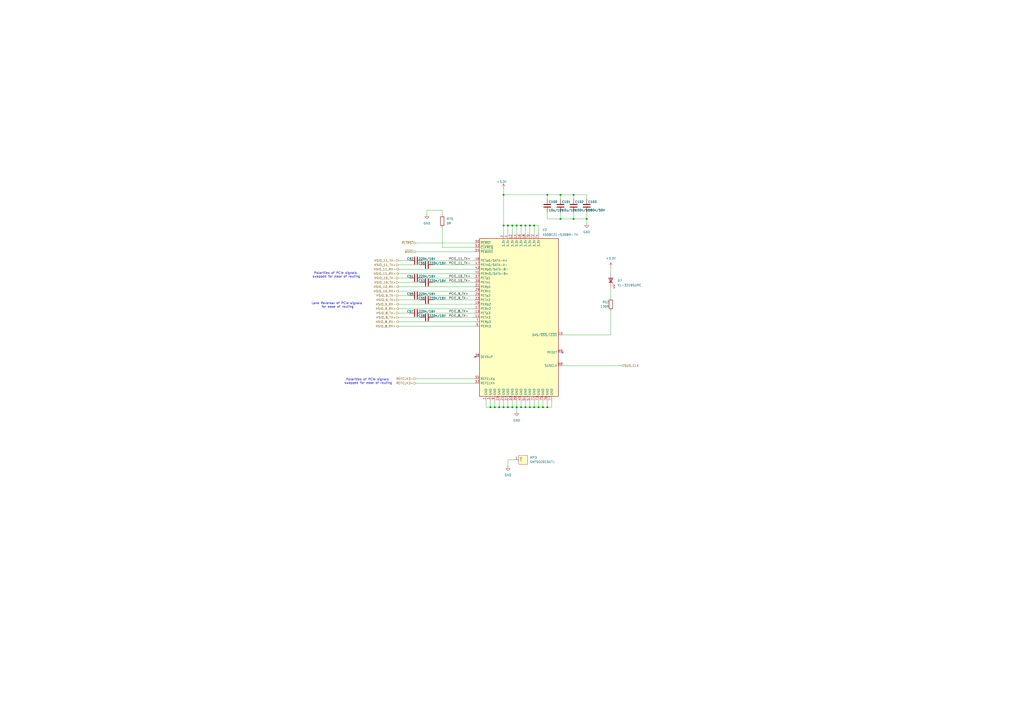
<source format=kicad_sch>
(kicad_sch
	(version 20250114)
	(generator "eeschema")
	(generator_version "9.0")
	(uuid "7714d69d-c1b0-465b-9d90-54e24f75641a")
	(paper "A2")
	(title_block
		(title "LattePanda Mu Console")
		(date "2025-07-30")
		(rev "V1.0")
	)
	(lib_symbols
		(symbol "Bus_M.2_Socket_M_2"
			(exclude_from_sim no)
			(in_bom yes)
			(on_board yes)
			(property "Reference" "X2"
				(at 12.446 50.8 0)
				(effects
					(font
						(size 1.27 1.27)
					)
					(justify left)
				)
			)
			(property "Value" "Bus_M.2_Socket_M"
				(at 12.446 48.006 0)
				(effects
					(font
						(size 1.27 1.27)
					)
					(justify left)
				)
			)
			(property "Footprint" "easyeda2kicad:CONN-SMD_AS0BC21-S30BM-7H"
				(at 0 26.67 0)
				(effects
					(font
						(size 1.27 1.27)
					)
					(hide yes)
				)
			)
			(property "Datasheet" "https://web.archive.org/web/20200613074028/http://read.pudn.com/downloads794/doc/project/3133918/PCIe_M.2_Electromechanical_Spec_Rev1.0_Final_11012013_RS_Clean.pdf#page=155"
				(at 0 35.56 0)
				(effects
					(font
						(size 1.27 1.27)
					)
					(hide yes)
				)
			)
			(property "Description" "M.2 Socket 3 Mechanical Key M"
				(at 0 0 0)
				(effects
					(font
						(size 1.27 1.27)
					)
					(hide yes)
				)
			)
			(property "ki_keywords" "M2 NGNF PCI-E"
				(at 0 0 0)
				(effects
					(font
						(size 1.27 1.27)
					)
					(hide yes)
				)
			)
			(property "ki_fp_filters" "*M*2*M*"
				(at 0 0 0)
				(effects
					(font
						(size 1.27 1.27)
					)
					(hide yes)
				)
			)
			(symbol "Bus_M.2_Socket_M_2_0_1"
				(rectangle
					(start -24.13 45.72)
					(end 21.59 -45.72)
					(stroke
						(width 0.254)
						(type default)
					)
					(fill
						(type background)
					)
				)
			)
			(symbol "Bus_M.2_Socket_M_2_1_1"
				(pin output line
					(at -26.67 43.18 0)
					(length 2.54)
					(name "~{PERST}"
						(effects
							(font
								(size 1.27 1.27)
							)
						)
					)
					(number "50"
						(effects
							(font
								(size 1.27 1.27)
							)
						)
					)
				)
				(pin bidirectional line
					(at -26.67 40.64 0)
					(length 2.54)
					(name "~{CLKREQ}"
						(effects
							(font
								(size 1.27 1.27)
							)
						)
					)
					(number "52"
						(effects
							(font
								(size 1.27 1.27)
							)
						)
					)
				)
				(pin bidirectional line
					(at -26.67 38.1 0)
					(length 2.54)
					(name "~{PEWAKE}"
						(effects
							(font
								(size 1.27 1.27)
							)
						)
					)
					(number "54"
						(effects
							(font
								(size 1.27 1.27)
							)
						)
					)
				)
				(pin output line
					(at -26.67 33.02 0)
					(length 2.54)
					(name "PETp0/SATA-A+"
						(effects
							(font
								(size 1.27 1.27)
							)
						)
					)
					(number "49"
						(effects
							(font
								(size 1.27 1.27)
							)
						)
					)
				)
				(pin output line
					(at -26.67 30.48 0)
					(length 2.54)
					(name "PETn0/SATA-A-"
						(effects
							(font
								(size 1.27 1.27)
							)
						)
					)
					(number "47"
						(effects
							(font
								(size 1.27 1.27)
							)
						)
					)
				)
				(pin input line
					(at -26.67 27.94 0)
					(length 2.54)
					(name "PERp0/SATA-B-"
						(effects
							(font
								(size 1.27 1.27)
							)
						)
					)
					(number "43"
						(effects
							(font
								(size 1.27 1.27)
							)
						)
					)
				)
				(pin input line
					(at -26.67 25.4 0)
					(length 2.54)
					(name "PERn0/SATA-B+"
						(effects
							(font
								(size 1.27 1.27)
							)
						)
					)
					(number "41"
						(effects
							(font
								(size 1.27 1.27)
							)
						)
					)
				)
				(pin output line
					(at -26.67 22.86 0)
					(length 2.54)
					(name "PETp1"
						(effects
							(font
								(size 1.27 1.27)
							)
						)
					)
					(number "37"
						(effects
							(font
								(size 1.27 1.27)
							)
						)
					)
				)
				(pin output line
					(at -26.67 20.32 0)
					(length 2.54)
					(name "PETn1"
						(effects
							(font
								(size 1.27 1.27)
							)
						)
					)
					(number "35"
						(effects
							(font
								(size 1.27 1.27)
							)
						)
					)
				)
				(pin input line
					(at -26.67 17.78 0)
					(length 2.54)
					(name "PERp1"
						(effects
							(font
								(size 1.27 1.27)
							)
						)
					)
					(number "31"
						(effects
							(font
								(size 1.27 1.27)
							)
						)
					)
				)
				(pin input line
					(at -26.67 15.24 0)
					(length 2.54)
					(name "PERn1"
						(effects
							(font
								(size 1.27 1.27)
							)
						)
					)
					(number "29"
						(effects
							(font
								(size 1.27 1.27)
							)
						)
					)
				)
				(pin output line
					(at -26.67 12.7 0)
					(length 2.54)
					(name "PETp2"
						(effects
							(font
								(size 1.27 1.27)
							)
						)
					)
					(number "25"
						(effects
							(font
								(size 1.27 1.27)
							)
						)
					)
				)
				(pin output line
					(at -26.67 10.16 0)
					(length 2.54)
					(name "PETn2"
						(effects
							(font
								(size 1.27 1.27)
							)
						)
					)
					(number "23"
						(effects
							(font
								(size 1.27 1.27)
							)
						)
					)
				)
				(pin input line
					(at -26.67 7.62 0)
					(length 2.54)
					(name "PERp2"
						(effects
							(font
								(size 1.27 1.27)
							)
						)
					)
					(number "19"
						(effects
							(font
								(size 1.27 1.27)
							)
						)
					)
				)
				(pin input line
					(at -26.67 5.08 0)
					(length 2.54)
					(name "PERn2"
						(effects
							(font
								(size 1.27 1.27)
							)
						)
					)
					(number "17"
						(effects
							(font
								(size 1.27 1.27)
							)
						)
					)
				)
				(pin output line
					(at -26.67 2.54 0)
					(length 2.54)
					(name "PETp3"
						(effects
							(font
								(size 1.27 1.27)
							)
						)
					)
					(number "13"
						(effects
							(font
								(size 1.27 1.27)
							)
						)
					)
				)
				(pin output line
					(at -26.67 0 0)
					(length 2.54)
					(name "PETn3"
						(effects
							(font
								(size 1.27 1.27)
							)
						)
					)
					(number "11"
						(effects
							(font
								(size 1.27 1.27)
							)
						)
					)
				)
				(pin input line
					(at -26.67 -2.54 0)
					(length 2.54)
					(name "PERp3"
						(effects
							(font
								(size 1.27 1.27)
							)
						)
					)
					(number "7"
						(effects
							(font
								(size 1.27 1.27)
							)
						)
					)
				)
				(pin input line
					(at -26.67 -5.08 0)
					(length 2.54)
					(name "PERn3"
						(effects
							(font
								(size 1.27 1.27)
							)
						)
					)
					(number "5"
						(effects
							(font
								(size 1.27 1.27)
							)
						)
					)
				)
				(pin output line
					(at -26.67 -22.86 0)
					(length 2.54)
					(name "DEVSLP"
						(effects
							(font
								(size 1.27 1.27)
							)
						)
					)
					(number "38"
						(effects
							(font
								(size 1.27 1.27)
							)
						)
					)
				)
				(pin output line
					(at -26.67 -35.56 0)
					(length 2.54)
					(name "REFCLKp"
						(effects
							(font
								(size 1.27 1.27)
							)
						)
					)
					(number "55"
						(effects
							(font
								(size 1.27 1.27)
							)
						)
					)
				)
				(pin output line
					(at -26.67 -38.1 0)
					(length 2.54)
					(name "REFCLKn"
						(effects
							(font
								(size 1.27 1.27)
							)
						)
					)
					(number "53"
						(effects
							(font
								(size 1.27 1.27)
							)
						)
					)
				)
				(pin power_in line
					(at -20.32 -48.26 90)
					(length 2.54)
					(name "GND"
						(effects
							(font
								(size 1.27 1.27)
							)
						)
					)
					(number "1"
						(effects
							(font
								(size 1.27 1.27)
							)
						)
					)
				)
				(pin passive line
					(at -17.78 -48.26 90)
					(length 2.54)
					(name "GND"
						(effects
							(font
								(size 1.27 1.27)
							)
						)
					)
					(number "3"
						(effects
							(font
								(size 1.27 1.27)
							)
						)
					)
				)
				(pin passive line
					(at -15.24 -48.26 90)
					(length 2.54)
					(name "GND"
						(effects
							(font
								(size 1.27 1.27)
							)
						)
					)
					(number "9"
						(effects
							(font
								(size 1.27 1.27)
							)
						)
					)
				)
				(pin passive line
					(at -12.7 -48.26 90)
					(length 2.54)
					(name "GND"
						(effects
							(font
								(size 1.27 1.27)
							)
						)
					)
					(number "15"
						(effects
							(font
								(size 1.27 1.27)
							)
						)
					)
				)
				(pin power_in line
					(at -10.16 48.26 270)
					(length 2.54)
					(name "3.3V"
						(effects
							(font
								(size 1.27 1.27)
							)
						)
					)
					(number "2"
						(effects
							(font
								(size 1.27 1.27)
							)
						)
					)
				)
				(pin passive line
					(at -10.16 -48.26 90)
					(length 2.54)
					(name "GND"
						(effects
							(font
								(size 1.27 1.27)
							)
						)
					)
					(number "21"
						(effects
							(font
								(size 1.27 1.27)
							)
						)
					)
				)
				(pin passive line
					(at -7.62 48.26 270)
					(length 2.54)
					(name "3.3V"
						(effects
							(font
								(size 1.27 1.27)
							)
						)
					)
					(number "4"
						(effects
							(font
								(size 1.27 1.27)
							)
						)
					)
				)
				(pin passive line
					(at -7.62 -48.26 90)
					(length 2.54)
					(name "GND"
						(effects
							(font
								(size 1.27 1.27)
							)
						)
					)
					(number "27"
						(effects
							(font
								(size 1.27 1.27)
							)
						)
					)
				)
				(pin passive line
					(at -5.08 48.26 270)
					(length 2.54)
					(name "3.3V"
						(effects
							(font
								(size 1.27 1.27)
							)
						)
					)
					(number "12"
						(effects
							(font
								(size 1.27 1.27)
							)
						)
					)
				)
				(pin passive line
					(at -5.08 -48.26 90)
					(length 2.54)
					(name "GND"
						(effects
							(font
								(size 1.27 1.27)
							)
						)
					)
					(number "33"
						(effects
							(font
								(size 1.27 1.27)
							)
						)
					)
				)
				(pin passive line
					(at -2.54 48.26 270)
					(length 2.54)
					(name "3.3V"
						(effects
							(font
								(size 1.27 1.27)
							)
						)
					)
					(number "14"
						(effects
							(font
								(size 1.27 1.27)
							)
						)
					)
				)
				(pin passive line
					(at -2.54 -48.26 90)
					(length 2.54)
					(name "GND"
						(effects
							(font
								(size 1.27 1.27)
							)
						)
					)
					(number "39"
						(effects
							(font
								(size 1.27 1.27)
							)
						)
					)
				)
				(pin passive line
					(at 0 48.26 270)
					(length 2.54)
					(name "3.3V"
						(effects
							(font
								(size 1.27 1.27)
							)
						)
					)
					(number "16"
						(effects
							(font
								(size 1.27 1.27)
							)
						)
					)
				)
				(pin passive line
					(at 0 -48.26 90)
					(length 2.54)
					(name "GND"
						(effects
							(font
								(size 1.27 1.27)
							)
						)
					)
					(number "45"
						(effects
							(font
								(size 1.27 1.27)
							)
						)
					)
				)
				(pin passive line
					(at 2.54 48.26 270)
					(length 2.54)
					(name "3.3V"
						(effects
							(font
								(size 1.27 1.27)
							)
						)
					)
					(number "18"
						(effects
							(font
								(size 1.27 1.27)
							)
						)
					)
				)
				(pin passive line
					(at 2.54 -48.26 90)
					(length 2.54)
					(name "GND"
						(effects
							(font
								(size 1.27 1.27)
							)
						)
					)
					(number "51"
						(effects
							(font
								(size 1.27 1.27)
							)
						)
					)
				)
				(pin passive line
					(at 5.08 48.26 270)
					(length 2.54)
					(name "3.3V"
						(effects
							(font
								(size 1.27 1.27)
							)
						)
					)
					(number "70"
						(effects
							(font
								(size 1.27 1.27)
							)
						)
					)
				)
				(pin passive line
					(at 5.08 -48.26 90)
					(length 2.54)
					(name "GND"
						(effects
							(font
								(size 1.27 1.27)
							)
						)
					)
					(number "57"
						(effects
							(font
								(size 1.27 1.27)
							)
						)
					)
				)
				(pin passive line
					(at 7.62 48.26 270)
					(length 2.54)
					(name "3.3V"
						(effects
							(font
								(size 1.27 1.27)
							)
						)
					)
					(number "72"
						(effects
							(font
								(size 1.27 1.27)
							)
						)
					)
				)
				(pin passive line
					(at 7.62 -48.26 90)
					(length 2.54)
					(name "GND"
						(effects
							(font
								(size 1.27 1.27)
							)
						)
					)
					(number "71"
						(effects
							(font
								(size 1.27 1.27)
							)
						)
					)
				)
				(pin passive line
					(at 10.16 48.26 270)
					(length 2.54)
					(name "3.3V"
						(effects
							(font
								(size 1.27 1.27)
							)
						)
					)
					(number "74"
						(effects
							(font
								(size 1.27 1.27)
							)
						)
					)
				)
				(pin passive line
					(at 10.16 -48.26 90)
					(length 2.54)
					(name "GND"
						(effects
							(font
								(size 1.27 1.27)
							)
						)
					)
					(number "73"
						(effects
							(font
								(size 1.27 1.27)
							)
						)
					)
				)
				(pin passive line
					(at 12.7 -48.26 90)
					(length 2.54)
					(name "GND"
						(effects
							(font
								(size 1.27 1.27)
							)
						)
					)
					(number "75"
						(effects
							(font
								(size 1.27 1.27)
							)
						)
					)
				)
				(pin passive line
					(at 15.24 -48.26 90)
					(length 2.54)
					(name "GND"
						(effects
							(font
								(size 1.27 1.27)
							)
						)
					)
					(number "76"
						(effects
							(font
								(size 1.27 1.27)
							)
						)
					)
				)
				(pin passive line
					(at 17.78 -48.26 90)
					(length 2.54)
					(name "GND"
						(effects
							(font
								(size 1.27 1.27)
							)
						)
					)
					(number "77"
						(effects
							(font
								(size 1.27 1.27)
							)
						)
					)
				)
				(pin no_connect line
					(at 21.59 40.64 180)
					(length 2.54)
					(hide yes)
					(name "NC"
						(effects
							(font
								(size 1.27 1.27)
							)
						)
					)
					(number "58"
						(effects
							(font
								(size 1.27 1.27)
							)
						)
					)
				)
				(pin no_connect line
					(at 21.59 38.1 180)
					(length 2.54)
					(hide yes)
					(name "NC"
						(effects
							(font
								(size 1.27 1.27)
							)
						)
					)
					(number "56"
						(effects
							(font
								(size 1.27 1.27)
							)
						)
					)
				)
				(pin no_connect line
					(at 21.59 35.56 180)
					(length 2.54)
					(hide yes)
					(name "NC"
						(effects
							(font
								(size 1.27 1.27)
							)
						)
					)
					(number "48"
						(effects
							(font
								(size 1.27 1.27)
							)
						)
					)
				)
				(pin no_connect line
					(at 21.59 33.02 180)
					(length 2.54)
					(hide yes)
					(name "NC"
						(effects
							(font
								(size 1.27 1.27)
							)
						)
					)
					(number "46"
						(effects
							(font
								(size 1.27 1.27)
							)
						)
					)
				)
				(pin no_connect line
					(at 21.59 30.48 180)
					(length 2.54)
					(hide yes)
					(name "NC"
						(effects
							(font
								(size 1.27 1.27)
							)
						)
					)
					(number "44"
						(effects
							(font
								(size 1.27 1.27)
							)
						)
					)
				)
				(pin no_connect line
					(at 21.59 27.94 180)
					(length 2.54)
					(hide yes)
					(name "NC"
						(effects
							(font
								(size 1.27 1.27)
							)
						)
					)
					(number "42"
						(effects
							(font
								(size 1.27 1.27)
							)
						)
					)
				)
				(pin no_connect line
					(at 21.59 25.4 180)
					(length 2.54)
					(hide yes)
					(name "NC"
						(effects
							(font
								(size 1.27 1.27)
							)
						)
					)
					(number "40"
						(effects
							(font
								(size 1.27 1.27)
							)
						)
					)
				)
				(pin no_connect line
					(at 21.59 22.86 180)
					(length 2.54)
					(hide yes)
					(name "NC"
						(effects
							(font
								(size 1.27 1.27)
							)
						)
					)
					(number "36"
						(effects
							(font
								(size 1.27 1.27)
							)
						)
					)
				)
				(pin no_connect line
					(at 21.59 20.32 180)
					(length 2.54)
					(hide yes)
					(name "NC"
						(effects
							(font
								(size 1.27 1.27)
							)
						)
					)
					(number "34"
						(effects
							(font
								(size 1.27 1.27)
							)
						)
					)
				)
				(pin no_connect line
					(at 21.59 17.78 180)
					(length 2.54)
					(hide yes)
					(name "NC"
						(effects
							(font
								(size 1.27 1.27)
							)
						)
					)
					(number "32"
						(effects
							(font
								(size 1.27 1.27)
							)
						)
					)
				)
				(pin no_connect line
					(at 21.59 15.24 180)
					(length 2.54)
					(hide yes)
					(name "NC"
						(effects
							(font
								(size 1.27 1.27)
							)
						)
					)
					(number "30"
						(effects
							(font
								(size 1.27 1.27)
							)
						)
					)
				)
				(pin no_connect line
					(at 21.59 12.7 180)
					(length 2.54)
					(hide yes)
					(name "NC"
						(effects
							(font
								(size 1.27 1.27)
							)
						)
					)
					(number "28"
						(effects
							(font
								(size 1.27 1.27)
							)
						)
					)
				)
				(pin no_connect line
					(at 21.59 10.16 180)
					(length 2.54)
					(hide yes)
					(name "NC"
						(effects
							(font
								(size 1.27 1.27)
							)
						)
					)
					(number "26"
						(effects
							(font
								(size 1.27 1.27)
							)
						)
					)
				)
				(pin no_connect line
					(at 21.59 7.62 180)
					(length 2.54)
					(hide yes)
					(name "NC"
						(effects
							(font
								(size 1.27 1.27)
							)
						)
					)
					(number "24"
						(effects
							(font
								(size 1.27 1.27)
							)
						)
					)
				)
				(pin no_connect line
					(at 21.59 5.08 180)
					(length 2.54)
					(hide yes)
					(name "NC"
						(effects
							(font
								(size 1.27 1.27)
							)
						)
					)
					(number "22"
						(effects
							(font
								(size 1.27 1.27)
							)
						)
					)
				)
				(pin no_connect line
					(at 21.59 2.54 180)
					(length 2.54)
					(hide yes)
					(name "NC"
						(effects
							(font
								(size 1.27 1.27)
							)
						)
					)
					(number "20"
						(effects
							(font
								(size 1.27 1.27)
							)
						)
					)
				)
				(pin no_connect line
					(at 21.59 0 180)
					(length 2.54)
					(hide yes)
					(name "NC"
						(effects
							(font
								(size 1.27 1.27)
							)
						)
					)
					(number "8"
						(effects
							(font
								(size 1.27 1.27)
							)
						)
					)
				)
				(pin no_connect line
					(at 21.59 -2.54 180)
					(length 2.54)
					(hide yes)
					(name "NC"
						(effects
							(font
								(size 1.27 1.27)
							)
						)
					)
					(number "6"
						(effects
							(font
								(size 1.27 1.27)
							)
						)
					)
				)
				(pin no_connect line
					(at 21.59 -5.08 180)
					(length 2.54)
					(hide yes)
					(name "NC"
						(effects
							(font
								(size 1.27 1.27)
							)
						)
					)
					(number "67"
						(effects
							(font
								(size 1.27 1.27)
							)
						)
					)
				)
				(pin bidirectional line
					(at 24.13 -10.16 180)
					(length 2.54)
					(name "DAS/~{DSS}/~{LED1}"
						(effects
							(font
								(size 1.27 1.27)
							)
						)
					)
					(number "10"
						(effects
							(font
								(size 1.27 1.27)
							)
						)
					)
				)
				(pin passive line
					(at 24.13 -20.32 180)
					(length 2.54)
					(name "PEDET"
						(effects
							(font
								(size 1.27 1.27)
							)
						)
					)
					(number "69"
						(effects
							(font
								(size 1.27 1.27)
							)
						)
					)
				)
				(pin output line
					(at 24.13 -27.94 180)
					(length 2.54)
					(name "SUSCLK"
						(effects
							(font
								(size 1.27 1.27)
							)
						)
					)
					(number "68"
						(effects
							(font
								(size 1.27 1.27)
							)
						)
					)
				)
			)
			(embedded_fonts no)
		)
		(symbol "Device:C"
			(pin_numbers
				(hide yes)
			)
			(pin_names
				(offset 0.254)
			)
			(exclude_from_sim no)
			(in_bom yes)
			(on_board yes)
			(property "Reference" "C"
				(at 0.635 2.54 0)
				(effects
					(font
						(size 1.27 1.27)
					)
					(justify left)
				)
			)
			(property "Value" "C"
				(at 0.635 -2.54 0)
				(effects
					(font
						(size 1.27 1.27)
					)
					(justify left)
				)
			)
			(property "Footprint" ""
				(at 0.9652 -3.81 0)
				(effects
					(font
						(size 1.27 1.27)
					)
					(hide yes)
				)
			)
			(property "Datasheet" "~"
				(at 0 0 0)
				(effects
					(font
						(size 1.27 1.27)
					)
					(hide yes)
				)
			)
			(property "Description" "Unpolarized capacitor"
				(at 0 0 0)
				(effects
					(font
						(size 1.27 1.27)
					)
					(hide yes)
				)
			)
			(property "ki_keywords" "cap capacitor"
				(at 0 0 0)
				(effects
					(font
						(size 1.27 1.27)
					)
					(hide yes)
				)
			)
			(property "ki_fp_filters" "C_*"
				(at 0 0 0)
				(effects
					(font
						(size 1.27 1.27)
					)
					(hide yes)
				)
			)
			(symbol "C_0_1"
				(polyline
					(pts
						(xy -2.032 0.762) (xy 2.032 0.762)
					)
					(stroke
						(width 0.508)
						(type default)
					)
					(fill
						(type none)
					)
				)
				(polyline
					(pts
						(xy -2.032 -0.762) (xy 2.032 -0.762)
					)
					(stroke
						(width 0.508)
						(type default)
					)
					(fill
						(type none)
					)
				)
			)
			(symbol "C_1_1"
				(pin passive line
					(at 0 3.81 270)
					(length 2.794)
					(name "~"
						(effects
							(font
								(size 1.27 1.27)
							)
						)
					)
					(number "1"
						(effects
							(font
								(size 1.27 1.27)
							)
						)
					)
				)
				(pin passive line
					(at 0 -3.81 90)
					(length 2.794)
					(name "~"
						(effects
							(font
								(size 1.27 1.27)
							)
						)
					)
					(number "2"
						(effects
							(font
								(size 1.27 1.27)
							)
						)
					)
				)
			)
			(embedded_fonts no)
		)
		(symbol "Device:R"
			(pin_numbers
				(hide yes)
			)
			(pin_names
				(offset 0)
			)
			(exclude_from_sim no)
			(in_bom yes)
			(on_board yes)
			(property "Reference" "R"
				(at 2.032 0 90)
				(effects
					(font
						(size 1.27 1.27)
					)
				)
			)
			(property "Value" "R"
				(at 0 0 90)
				(effects
					(font
						(size 1.27 1.27)
					)
				)
			)
			(property "Footprint" ""
				(at -1.778 0 90)
				(effects
					(font
						(size 1.27 1.27)
					)
					(hide yes)
				)
			)
			(property "Datasheet" "~"
				(at 0 0 0)
				(effects
					(font
						(size 1.27 1.27)
					)
					(hide yes)
				)
			)
			(property "Description" "Resistor"
				(at 0 0 0)
				(effects
					(font
						(size 1.27 1.27)
					)
					(hide yes)
				)
			)
			(property "ki_keywords" "R res resistor"
				(at 0 0 0)
				(effects
					(font
						(size 1.27 1.27)
					)
					(hide yes)
				)
			)
			(property "ki_fp_filters" "R_*"
				(at 0 0 0)
				(effects
					(font
						(size 1.27 1.27)
					)
					(hide yes)
				)
			)
			(symbol "R_0_1"
				(rectangle
					(start -1.016 -2.54)
					(end 1.016 2.54)
					(stroke
						(width 0.254)
						(type default)
					)
					(fill
						(type none)
					)
				)
			)
			(symbol "R_1_1"
				(pin passive line
					(at 0 3.81 270)
					(length 1.27)
					(name "~"
						(effects
							(font
								(size 1.27 1.27)
							)
						)
					)
					(number "1"
						(effects
							(font
								(size 1.27 1.27)
							)
						)
					)
				)
				(pin passive line
					(at 0 -3.81 90)
					(length 1.27)
					(name "~"
						(effects
							(font
								(size 1.27 1.27)
							)
						)
					)
					(number "2"
						(effects
							(font
								(size 1.27 1.27)
							)
						)
					)
				)
			)
			(embedded_fonts no)
		)
		(symbol "LED:IR26-21C_L110_TR8"
			(pin_numbers
				(hide yes)
			)
			(pin_names
				(offset 1.016)
				(hide yes)
			)
			(exclude_from_sim no)
			(in_bom yes)
			(on_board yes)
			(property "Reference" "D"
				(at 0 2.54 0)
				(effects
					(font
						(size 1.27 1.27)
					)
				)
			)
			(property "Value" "IR26-21C_L110_TR8"
				(at 0 -3.81 0)
				(effects
					(font
						(size 1.27 1.27)
					)
				)
			)
			(property "Footprint" "LED_SMD:LED_1206_3216Metric"
				(at 0 5.08 0)
				(effects
					(font
						(size 1.27 1.27)
					)
					(hide yes)
				)
			)
			(property "Datasheet" "http://www.everlight.com/file/ProductFile/IR26-21C-L110-TR8.pdf"
				(at 0 0 0)
				(effects
					(font
						(size 1.27 1.27)
					)
					(hide yes)
				)
			)
			(property "Description" "940nm, 20 deg, Infrared LED, 1206"
				(at 0 0 0)
				(effects
					(font
						(size 1.27 1.27)
					)
					(hide yes)
				)
			)
			(property "ki_keywords" "IR LED"
				(at 0 0 0)
				(effects
					(font
						(size 1.27 1.27)
					)
					(hide yes)
				)
			)
			(property "ki_fp_filters" "LED*1206*3216Metric*"
				(at 0 0 0)
				(effects
					(font
						(size 1.27 1.27)
					)
					(hide yes)
				)
			)
			(symbol "IR26-21C_L110_TR8_0_1"
				(polyline
					(pts
						(xy -3.048 -0.762) (xy -4.572 -2.286) (xy -3.81 -2.286) (xy -4.572 -2.286) (xy -4.572 -1.524)
					)
					(stroke
						(width 0)
						(type default)
					)
					(fill
						(type none)
					)
				)
				(polyline
					(pts
						(xy -1.778 -0.762) (xy -3.302 -2.286) (xy -2.54 -2.286) (xy -3.302 -2.286) (xy -3.302 -1.524)
					)
					(stroke
						(width 0)
						(type default)
					)
					(fill
						(type none)
					)
				)
				(polyline
					(pts
						(xy -1.27 0) (xy 1.27 0)
					)
					(stroke
						(width 0)
						(type default)
					)
					(fill
						(type none)
					)
				)
				(polyline
					(pts
						(xy -1.27 -1.27) (xy -1.27 1.27)
					)
					(stroke
						(width 0.254)
						(type default)
					)
					(fill
						(type none)
					)
				)
				(polyline
					(pts
						(xy 1.27 -1.27) (xy 1.27 1.27) (xy -1.27 0) (xy 1.27 -1.27)
					)
					(stroke
						(width 0.254)
						(type default)
					)
					(fill
						(type none)
					)
				)
			)
			(symbol "IR26-21C_L110_TR8_1_1"
				(pin passive line
					(at -3.81 0 0)
					(length 2.54)
					(name "K"
						(effects
							(font
								(size 1.27 1.27)
							)
						)
					)
					(number "1"
						(effects
							(font
								(size 1.27 1.27)
							)
						)
					)
				)
				(pin passive line
					(at 3.81 0 180)
					(length 2.54)
					(name "A"
						(effects
							(font
								(size 1.27 1.27)
							)
						)
					)
					(number "2"
						(effects
							(font
								(size 1.27 1.27)
							)
						)
					)
				)
			)
			(embedded_fonts no)
		)
		(symbol "easyeda2kicad:SMTSO2015CTJ"
			(exclude_from_sim no)
			(in_bom yes)
			(on_board yes)
			(property "Reference" "MP"
				(at 0 5.08 0)
				(effects
					(font
						(size 1.27 1.27)
					)
				)
			)
			(property "Value" "SMTSO2015CTJ"
				(at 0 -5.08 0)
				(effects
					(font
						(size 1.27 1.27)
					)
				)
			)
			(property "Footprint" "easyeda2kicad:SMD_BD5.6-L5.6-W5.6-D3.6"
				(at 0 -7.62 0)
				(effects
					(font
						(size 1.27 1.27)
					)
					(hide yes)
				)
			)
			(property "Datasheet" ""
				(at 0 0 0)
				(effects
					(font
						(size 1.27 1.27)
					)
					(hide yes)
				)
			)
			(property "Description" ""
				(at 0 0 0)
				(effects
					(font
						(size 1.27 1.27)
					)
					(hide yes)
				)
			)
			(property "LCSC Part" "C2916320"
				(at 0 -10.16 0)
				(effects
					(font
						(size 1.27 1.27)
					)
					(hide yes)
				)
			)
			(symbol "SMTSO2015CTJ_0_1"
				(rectangle
					(start -2.54 2.54)
					(end 2.54 -2.54)
					(stroke
						(width 0)
						(type default)
					)
					(fill
						(type background)
					)
				)
				(circle
					(center -1.27 1.27)
					(radius 0.38)
					(stroke
						(width 0)
						(type default)
					)
					(fill
						(type none)
					)
				)
				(pin unspecified line
					(at -5.08 0 0)
					(length 2.54)
					(name "1"
						(effects
							(font
								(size 1.27 1.27)
							)
						)
					)
					(number "1"
						(effects
							(font
								(size 1.27 1.27)
							)
						)
					)
				)
			)
			(embedded_fonts no)
		)
		(symbol "power:+3.3V"
			(power)
			(pin_numbers
				(hide yes)
			)
			(pin_names
				(offset 0)
				(hide yes)
			)
			(exclude_from_sim no)
			(in_bom yes)
			(on_board yes)
			(property "Reference" "#PWR"
				(at 0 -3.81 0)
				(effects
					(font
						(size 1.27 1.27)
					)
					(hide yes)
				)
			)
			(property "Value" "+3.3V"
				(at 0 3.556 0)
				(effects
					(font
						(size 1.27 1.27)
					)
				)
			)
			(property "Footprint" ""
				(at 0 0 0)
				(effects
					(font
						(size 1.27 1.27)
					)
					(hide yes)
				)
			)
			(property "Datasheet" ""
				(at 0 0 0)
				(effects
					(font
						(size 1.27 1.27)
					)
					(hide yes)
				)
			)
			(property "Description" "Power symbol creates a global label with name \"+3.3V\""
				(at 0 0 0)
				(effects
					(font
						(size 1.27 1.27)
					)
					(hide yes)
				)
			)
			(property "ki_keywords" "global power"
				(at 0 0 0)
				(effects
					(font
						(size 1.27 1.27)
					)
					(hide yes)
				)
			)
			(symbol "+3.3V_0_1"
				(polyline
					(pts
						(xy -0.762 1.27) (xy 0 2.54)
					)
					(stroke
						(width 0)
						(type default)
					)
					(fill
						(type none)
					)
				)
				(polyline
					(pts
						(xy 0 2.54) (xy 0.762 1.27)
					)
					(stroke
						(width 0)
						(type default)
					)
					(fill
						(type none)
					)
				)
				(polyline
					(pts
						(xy 0 0) (xy 0 2.54)
					)
					(stroke
						(width 0)
						(type default)
					)
					(fill
						(type none)
					)
				)
			)
			(symbol "+3.3V_1_1"
				(pin power_in line
					(at 0 0 90)
					(length 0)
					(name "~"
						(effects
							(font
								(size 1.27 1.27)
							)
						)
					)
					(number "1"
						(effects
							(font
								(size 1.27 1.27)
							)
						)
					)
				)
			)
			(embedded_fonts no)
		)
		(symbol "power:GND"
			(power)
			(pin_numbers
				(hide yes)
			)
			(pin_names
				(offset 0)
				(hide yes)
			)
			(exclude_from_sim no)
			(in_bom yes)
			(on_board yes)
			(property "Reference" "#PWR"
				(at 0 -6.35 0)
				(effects
					(font
						(size 1.27 1.27)
					)
					(hide yes)
				)
			)
			(property "Value" "GND"
				(at 0 -3.81 0)
				(effects
					(font
						(size 1.27 1.27)
					)
				)
			)
			(property "Footprint" ""
				(at 0 0 0)
				(effects
					(font
						(size 1.27 1.27)
					)
					(hide yes)
				)
			)
			(property "Datasheet" ""
				(at 0 0 0)
				(effects
					(font
						(size 1.27 1.27)
					)
					(hide yes)
				)
			)
			(property "Description" "Power symbol creates a global label with name \"GND\" , ground"
				(at 0 0 0)
				(effects
					(font
						(size 1.27 1.27)
					)
					(hide yes)
				)
			)
			(property "ki_keywords" "global power"
				(at 0 0 0)
				(effects
					(font
						(size 1.27 1.27)
					)
					(hide yes)
				)
			)
			(symbol "GND_0_1"
				(polyline
					(pts
						(xy 0 0) (xy 0 -1.27) (xy 1.27 -1.27) (xy 0 -2.54) (xy -1.27 -1.27) (xy 0 -1.27)
					)
					(stroke
						(width 0)
						(type default)
					)
					(fill
						(type none)
					)
				)
			)
			(symbol "GND_1_1"
				(pin power_in line
					(at 0 0 270)
					(length 0)
					(name "~"
						(effects
							(font
								(size 1.27 1.27)
							)
						)
					)
					(number "1"
						(effects
							(font
								(size 1.27 1.27)
							)
						)
					)
				)
			)
			(embedded_fonts no)
		)
	)
	(text "Polarities of PCIe signals \nswapped for ease of routing"
		(exclude_from_sim no)
		(at 213.614 221.234 0)
		(effects
			(font
				(size 1.27 1.27)
			)
		)
		(uuid "2a7b368d-cc68-4e94-98c3-e74b15474d88")
	)
	(text "Lane Reversal of PCIe signals \nfor ease of routing"
		(exclude_from_sim no)
		(at 195.834 177.038 0)
		(effects
			(font
				(size 1.27 1.27)
			)
		)
		(uuid "305c859e-71e4-480f-863c-7014dd721b49")
	)
	(text "Polarities of PCIe signals \nswapped for ease of routing"
		(exclude_from_sim no)
		(at 195.072 159.512 0)
		(effects
			(font
				(size 1.27 1.27)
			)
		)
		(uuid "66b15115-3fe5-40c9-805a-99a61c704087")
	)
	(junction
		(at 287.02 236.22)
		(diameter 0)
		(color 0 0 0 0)
		(uuid "113e081a-5507-4d66-a939-e03c2e23a6d1")
	)
	(junction
		(at 292.1 130.81)
		(diameter 0)
		(color 0 0 0 0)
		(uuid "1738a314-da8b-45ec-acea-d8b29d170dbe")
	)
	(junction
		(at 317.5 236.22)
		(diameter 0)
		(color 0 0 0 0)
		(uuid "18056341-90a9-4f9b-8dda-3ff41056e36a")
	)
	(junction
		(at 299.72 236.22)
		(diameter 0)
		(color 0 0 0 0)
		(uuid "232a6721-3750-4760-9aea-fa44dd6c1511")
	)
	(junction
		(at 312.42 236.22)
		(diameter 0)
		(color 0 0 0 0)
		(uuid "341a9785-2396-4423-8191-fe65dff6777d")
	)
	(junction
		(at 314.96 236.22)
		(diameter 0)
		(color 0 0 0 0)
		(uuid "3f3a51e0-abca-426b-bde2-a7ca023a1baa")
	)
	(junction
		(at 299.72 130.81)
		(diameter 0)
		(color 0 0 0 0)
		(uuid "42630515-4be4-4bef-ab0f-a92b5612f508")
	)
	(junction
		(at 297.18 236.22)
		(diameter 0)
		(color 0 0 0 0)
		(uuid "462bd6cb-ce93-4f7c-a8af-db32a6fd0179")
	)
	(junction
		(at 292.1 113.03)
		(diameter 0)
		(color 0 0 0 0)
		(uuid "4dcb4095-b0bd-4842-8da7-ec4feab0593c")
	)
	(junction
		(at 297.18 130.81)
		(diameter 0)
		(color 0 0 0 0)
		(uuid "4ece6494-2724-4578-93fb-a4482d5609cf")
	)
	(junction
		(at 317.5 113.03)
		(diameter 0)
		(color 0 0 0 0)
		(uuid "522b0d9a-844e-4342-ba01-71340b5a90cb")
	)
	(junction
		(at 292.1 236.22)
		(diameter 0)
		(color 0 0 0 0)
		(uuid "65b1ba15-65b4-471e-9d6b-31cf5b8bcfeb")
	)
	(junction
		(at 325.12 127)
		(diameter 0)
		(color 0 0 0 0)
		(uuid "76f69ab4-daec-4d2e-9b0e-01bde43dceca")
	)
	(junction
		(at 307.34 130.81)
		(diameter 0)
		(color 0 0 0 0)
		(uuid "79f7269c-3f04-4f00-96cd-255d8c18887a")
	)
	(junction
		(at 294.64 130.81)
		(diameter 0)
		(color 0 0 0 0)
		(uuid "7b4c9f46-deed-4997-8370-52255a5689b5")
	)
	(junction
		(at 332.74 113.03)
		(diameter 0)
		(color 0 0 0 0)
		(uuid "8c05ed4d-c4f4-4c6f-a572-80ad5c02598e")
	)
	(junction
		(at 284.48 236.22)
		(diameter 0)
		(color 0 0 0 0)
		(uuid "8cd97fb5-5d19-496d-bbdd-e664b5fbe7c6")
	)
	(junction
		(at 325.12 113.03)
		(diameter 0)
		(color 0 0 0 0)
		(uuid "97c52c7d-ebb5-4a0c-8b05-fc72e65851fe")
	)
	(junction
		(at 294.64 236.22)
		(diameter 0)
		(color 0 0 0 0)
		(uuid "9875ef12-50be-4129-9815-980081dd7639")
	)
	(junction
		(at 340.36 127)
		(diameter 0)
		(color 0 0 0 0)
		(uuid "9b8951b1-beef-4605-a9c8-110b8133c9d2")
	)
	(junction
		(at 309.88 130.81)
		(diameter 0)
		(color 0 0 0 0)
		(uuid "9cf3640c-e435-4484-9303-b2f3a5aed623")
	)
	(junction
		(at 332.74 127)
		(diameter 0)
		(color 0 0 0 0)
		(uuid "9dbe0984-f61a-4a15-b38c-d47902dca36f")
	)
	(junction
		(at 307.34 236.22)
		(diameter 0)
		(color 0 0 0 0)
		(uuid "ad0ca687-11e4-468d-af9c-9ab7f4fcad87")
	)
	(junction
		(at 309.88 236.22)
		(diameter 0)
		(color 0 0 0 0)
		(uuid "c0949f5f-6355-4fb9-95d3-4502c79f4f24")
	)
	(junction
		(at 302.26 236.22)
		(diameter 0)
		(color 0 0 0 0)
		(uuid "c9820df7-e0df-48b1-b8d3-3cf1177e959b")
	)
	(junction
		(at 304.8 236.22)
		(diameter 0)
		(color 0 0 0 0)
		(uuid "ca83f05b-e389-4b63-a9e7-519253276b40")
	)
	(junction
		(at 304.8 130.81)
		(diameter 0)
		(color 0 0 0 0)
		(uuid "de1ff259-826b-4d6e-a0d6-999f8cd75302")
	)
	(junction
		(at 289.56 236.22)
		(diameter 0)
		(color 0 0 0 0)
		(uuid "e0eee590-bbf5-4aef-af63-439770ee28d1")
	)
	(junction
		(at 302.26 130.81)
		(diameter 0)
		(color 0 0 0 0)
		(uuid "e409346c-d407-4c53-b635-13dce80358e5")
	)
	(no_connect
		(at 275.59 207.01)
		(uuid "1e5a3139-f258-4679-8cda-ace9362bd1ce")
	)
	(no_connect
		(at 326.39 204.47)
		(uuid "a364a2df-dcf7-4e67-808c-aa8152b4c6d0")
	)
	(wire
		(pts
			(xy 325.12 113.03) (xy 317.5 113.03)
		)
		(stroke
			(width 0)
			(type default)
		)
		(uuid "010e0a9d-7fd1-47e4-8492-af81f01c4fe3")
	)
	(wire
		(pts
			(xy 297.18 130.81) (xy 299.72 130.81)
		)
		(stroke
			(width 0)
			(type default)
		)
		(uuid "053f8a6f-ffc2-415e-98c5-401a295fb776")
	)
	(wire
		(pts
			(xy 297.18 232.41) (xy 297.18 236.22)
		)
		(stroke
			(width 0)
			(type default)
		)
		(uuid "0bfadca6-b1c1-4c75-acb3-1b421f36cbe6")
	)
	(wire
		(pts
			(xy 304.8 130.81) (xy 307.34 130.81)
		)
		(stroke
			(width 0)
			(type default)
		)
		(uuid "0fa66221-ac00-48d5-b47c-dedbd2266446")
	)
	(wire
		(pts
			(xy 292.1 130.81) (xy 294.64 130.81)
		)
		(stroke
			(width 0)
			(type default)
		)
		(uuid "0fca3555-4a21-41a3-9e56-9bfc7c62ca59")
	)
	(wire
		(pts
			(xy 312.42 130.81) (xy 312.42 135.89)
		)
		(stroke
			(width 0)
			(type default)
		)
		(uuid "10483a1c-9dc0-4003-9958-646bee2bb2a9")
	)
	(wire
		(pts
			(xy 231.14 151.13) (xy 237.49 151.13)
		)
		(stroke
			(width 0)
			(type default)
		)
		(uuid "1144f9e0-f97c-4c09-92fd-31024a2cb915")
	)
	(wire
		(pts
			(xy 247.65 121.92) (xy 256.54 121.92)
		)
		(stroke
			(width 0)
			(type default)
		)
		(uuid "124d425c-188d-479c-b8df-9f7a046d4d91")
	)
	(wire
		(pts
			(xy 284.48 232.41) (xy 284.48 236.22)
		)
		(stroke
			(width 0)
			(type default)
		)
		(uuid "12f56ad4-6419-4ae3-aae6-b04b8b16f5a8")
	)
	(wire
		(pts
			(xy 340.36 113.03) (xy 332.74 113.03)
		)
		(stroke
			(width 0)
			(type default)
		)
		(uuid "147806af-ab33-46f9-8868-0220752a67bc")
	)
	(wire
		(pts
			(xy 245.11 161.29) (xy 275.59 161.29)
		)
		(stroke
			(width 0)
			(type default)
		)
		(uuid "18942af4-395a-432a-a288-f5ee5c2a24a2")
	)
	(wire
		(pts
			(xy 292.1 130.81) (xy 292.1 135.89)
		)
		(stroke
			(width 0)
			(type default)
		)
		(uuid "1b1788d1-2a71-4be6-9f4b-1cf1cbb192d0")
	)
	(wire
		(pts
			(xy 292.1 236.22) (xy 294.64 236.22)
		)
		(stroke
			(width 0)
			(type default)
		)
		(uuid "1bc278c5-cfac-4f48-9104-b51064c2d732")
	)
	(wire
		(pts
			(xy 354.33 180.34) (xy 354.33 194.31)
		)
		(stroke
			(width 0)
			(type default)
		)
		(uuid "1c5d1fa6-1b8c-4443-8fcd-95ddabe2b409")
	)
	(wire
		(pts
			(xy 317.5 127) (xy 325.12 127)
		)
		(stroke
			(width 0)
			(type default)
		)
		(uuid "1d1ad14d-23c3-4576-9ea1-02c6cabd9a06")
	)
	(wire
		(pts
			(xy 231.14 184.15) (xy 243.84 184.15)
		)
		(stroke
			(width 0)
			(type default)
		)
		(uuid "1d358b60-70ef-4ffb-a01a-1b38e2409d7b")
	)
	(wire
		(pts
			(xy 340.36 127) (xy 340.36 129.54)
		)
		(stroke
			(width 0)
			(type default)
		)
		(uuid "21573c51-bbd2-43af-a62c-37649b882ea4")
	)
	(wire
		(pts
			(xy 241.3 219.71) (xy 275.59 219.71)
		)
		(stroke
			(width 0)
			(type default)
		)
		(uuid "21934c6f-934b-4f4c-869d-8afd86a103b3")
	)
	(wire
		(pts
			(xy 354.33 172.72) (xy 354.33 166.37)
		)
		(stroke
			(width 0)
			(type default)
		)
		(uuid "226c5715-f2e3-4668-b79f-bd782fd738f6")
	)
	(wire
		(pts
			(xy 297.18 236.22) (xy 299.72 236.22)
		)
		(stroke
			(width 0)
			(type default)
		)
		(uuid "22754267-37d1-43ea-adcf-72e9dbd139e2")
	)
	(wire
		(pts
			(xy 340.36 123.19) (xy 340.36 127)
		)
		(stroke
			(width 0)
			(type default)
		)
		(uuid "2b6be584-3531-487c-aba1-2d700404aaba")
	)
	(wire
		(pts
			(xy 294.64 270.51) (xy 294.64 266.7)
		)
		(stroke
			(width 0)
			(type default)
		)
		(uuid "2cc31348-076c-4593-a15d-e7df7f094c3f")
	)
	(wire
		(pts
			(xy 231.14 156.21) (xy 275.59 156.21)
		)
		(stroke
			(width 0)
			(type default)
		)
		(uuid "2ce6e273-dfc1-4cf1-a903-ced390431f85")
	)
	(wire
		(pts
			(xy 245.11 171.45) (xy 275.59 171.45)
		)
		(stroke
			(width 0)
			(type default)
		)
		(uuid "38dcda56-f672-4edd-99a9-60d7a8c91c15")
	)
	(wire
		(pts
			(xy 304.8 232.41) (xy 304.8 236.22)
		)
		(stroke
			(width 0)
			(type default)
		)
		(uuid "394d0b58-3ff6-4e36-a916-edd53d7c8319")
	)
	(wire
		(pts
			(xy 354.33 154.94) (xy 354.33 158.75)
		)
		(stroke
			(width 0)
			(type default)
		)
		(uuid "3a1645ac-d3da-4ed3-87cb-6ebb881ff4a5")
	)
	(wire
		(pts
			(xy 292.1 113.03) (xy 317.5 113.03)
		)
		(stroke
			(width 0)
			(type default)
		)
		(uuid "3bf30894-1574-4f05-8d9f-5aa097ed4617")
	)
	(wire
		(pts
			(xy 326.39 212.09) (xy 360.68 212.09)
		)
		(stroke
			(width 0)
			(type default)
		)
		(uuid "4193f2c3-28df-40af-a70c-56069ae601e5")
	)
	(wire
		(pts
			(xy 302.26 232.41) (xy 302.26 236.22)
		)
		(stroke
			(width 0)
			(type default)
		)
		(uuid "41e923c8-32ec-456d-9875-5cad060a30a4")
	)
	(wire
		(pts
			(xy 332.74 115.57) (xy 332.74 113.03)
		)
		(stroke
			(width 0)
			(type default)
		)
		(uuid "4b5c9067-3b44-45f9-b9e3-47037fac8bc7")
	)
	(wire
		(pts
			(xy 231.14 173.99) (xy 243.84 173.99)
		)
		(stroke
			(width 0)
			(type default)
		)
		(uuid "4d7a9204-ceaf-4111-a70f-9562df841a09")
	)
	(wire
		(pts
			(xy 332.74 127) (xy 340.36 127)
		)
		(stroke
			(width 0)
			(type default)
		)
		(uuid "544f8fb6-0b91-4b57-976d-04278399a7ee")
	)
	(wire
		(pts
			(xy 247.65 124.46) (xy 247.65 121.92)
		)
		(stroke
			(width 0)
			(type default)
		)
		(uuid "57a32ba8-5aad-472e-9838-f13a83e874a9")
	)
	(wire
		(pts
			(xy 317.5 236.22) (xy 314.96 236.22)
		)
		(stroke
			(width 0)
			(type default)
		)
		(uuid "5bd290cb-0b66-4622-b958-5a2b92b62d74")
	)
	(wire
		(pts
			(xy 302.26 130.81) (xy 304.8 130.81)
		)
		(stroke
			(width 0)
			(type default)
		)
		(uuid "5c6d00ef-b756-42de-b946-7b599802fce3")
	)
	(wire
		(pts
			(xy 231.14 166.37) (xy 275.59 166.37)
		)
		(stroke
			(width 0)
			(type default)
		)
		(uuid "5e3ad2c8-d9b7-47d5-b6af-504e03887cfb")
	)
	(wire
		(pts
			(xy 309.88 232.41) (xy 309.88 236.22)
		)
		(stroke
			(width 0)
			(type default)
		)
		(uuid "601dbacd-8ef2-448e-95b9-bbd0fc142e8d")
	)
	(wire
		(pts
			(xy 304.8 130.81) (xy 304.8 135.89)
		)
		(stroke
			(width 0)
			(type default)
		)
		(uuid "60ed686a-e08a-4176-a90d-6e144b0ee194")
	)
	(wire
		(pts
			(xy 294.64 130.81) (xy 297.18 130.81)
		)
		(stroke
			(width 0)
			(type default)
		)
		(uuid "63117440-e55c-434d-83ce-c4c28c3f1e03")
	)
	(wire
		(pts
			(xy 325.12 127) (xy 332.74 127)
		)
		(stroke
			(width 0)
			(type default)
		)
		(uuid "655d047b-9e71-4da0-bba3-6d8174e7ef33")
	)
	(wire
		(pts
			(xy 287.02 236.22) (xy 289.56 236.22)
		)
		(stroke
			(width 0)
			(type default)
		)
		(uuid "6ae3967a-d03b-44bd-8625-104e08ee5a50")
	)
	(wire
		(pts
			(xy 281.94 232.41) (xy 281.94 236.22)
		)
		(stroke
			(width 0)
			(type default)
		)
		(uuid "6b0e1950-83ed-4aaa-bd95-d459a58cde18")
	)
	(wire
		(pts
			(xy 314.96 236.22) (xy 312.42 236.22)
		)
		(stroke
			(width 0)
			(type default)
		)
		(uuid "6d1c27a5-92fc-4fa6-98ad-ad9c77b0d5fb")
	)
	(wire
		(pts
			(xy 299.72 232.41) (xy 299.72 236.22)
		)
		(stroke
			(width 0)
			(type default)
		)
		(uuid "70214a70-139c-4d24-827e-a911e9a9ab8d")
	)
	(wire
		(pts
			(xy 307.34 130.81) (xy 309.88 130.81)
		)
		(stroke
			(width 0)
			(type default)
		)
		(uuid "71f5e48f-d09c-4c45-93c7-862bbf075b8e")
	)
	(wire
		(pts
			(xy 231.14 176.53) (xy 275.59 176.53)
		)
		(stroke
			(width 0)
			(type default)
		)
		(uuid "76985251-f15b-43bf-8bf8-fd0be09e5316")
	)
	(wire
		(pts
			(xy 325.12 123.19) (xy 325.12 127)
		)
		(stroke
			(width 0)
			(type default)
		)
		(uuid "789ec45a-6b14-4ca7-90ce-97162c7e9fb1")
	)
	(wire
		(pts
			(xy 256.54 121.92) (xy 256.54 124.46)
		)
		(stroke
			(width 0)
			(type default)
		)
		(uuid "7ae41475-e236-435b-8c32-e43dfb6164de")
	)
	(wire
		(pts
			(xy 256.54 143.51) (xy 275.59 143.51)
		)
		(stroke
			(width 0)
			(type default)
		)
		(uuid "7e705ebe-a82d-4368-93c6-8000b26d463d")
	)
	(wire
		(pts
			(xy 231.14 161.29) (xy 237.49 161.29)
		)
		(stroke
			(width 0)
			(type default)
		)
		(uuid "7f1a407b-ed1a-40ff-a75c-ef989464d229")
	)
	(wire
		(pts
			(xy 326.39 194.31) (xy 354.33 194.31)
		)
		(stroke
			(width 0)
			(type default)
		)
		(uuid "805cd180-94e4-40c4-8579-1a9b421d3248")
	)
	(wire
		(pts
			(xy 317.5 115.57) (xy 317.5 113.03)
		)
		(stroke
			(width 0)
			(type default)
		)
		(uuid "836b85cc-7949-4e81-8fb1-653090ee2a29")
	)
	(wire
		(pts
			(xy 292.1 232.41) (xy 292.1 236.22)
		)
		(stroke
			(width 0)
			(type default)
		)
		(uuid "84274ea2-2a4e-4ae8-9022-e9d233e84c45")
	)
	(wire
		(pts
			(xy 289.56 236.22) (xy 292.1 236.22)
		)
		(stroke
			(width 0)
			(type default)
		)
		(uuid "8569535f-b934-4ab2-8e68-d29c53e6f87b")
	)
	(wire
		(pts
			(xy 325.12 115.57) (xy 325.12 113.03)
		)
		(stroke
			(width 0)
			(type default)
		)
		(uuid "89d07d42-32f3-40a5-ba56-cff4ddfa81d0")
	)
	(wire
		(pts
			(xy 309.88 236.22) (xy 307.34 236.22)
		)
		(stroke
			(width 0)
			(type default)
		)
		(uuid "8db1b7e3-af97-4c34-bfaf-b4e5a877b67e")
	)
	(wire
		(pts
			(xy 309.88 130.81) (xy 309.88 135.89)
		)
		(stroke
			(width 0)
			(type default)
		)
		(uuid "97415cb4-72a6-4efc-8a55-6278b2aa008f")
	)
	(wire
		(pts
			(xy 320.04 236.22) (xy 317.5 236.22)
		)
		(stroke
			(width 0)
			(type default)
		)
		(uuid "982fcee6-c601-400b-a7ab-54ae0cc4107b")
	)
	(wire
		(pts
			(xy 340.36 115.57) (xy 340.36 113.03)
		)
		(stroke
			(width 0)
			(type default)
		)
		(uuid "9ad1f898-5e39-4aae-8fe4-21109856e139")
	)
	(wire
		(pts
			(xy 284.48 236.22) (xy 287.02 236.22)
		)
		(stroke
			(width 0)
			(type default)
		)
		(uuid "9b4b232e-e15c-4fc8-bcb4-2001efc30d4f")
	)
	(wire
		(pts
			(xy 231.14 189.23) (xy 275.59 189.23)
		)
		(stroke
			(width 0)
			(type default)
		)
		(uuid "9fc78788-c049-4e66-8ab8-3a151fba5d1a")
	)
	(wire
		(pts
			(xy 231.14 179.07) (xy 275.59 179.07)
		)
		(stroke
			(width 0)
			(type default)
		)
		(uuid "a1593e96-1f49-47d8-bd8f-a335faa17983")
	)
	(wire
		(pts
			(xy 294.64 232.41) (xy 294.64 236.22)
		)
		(stroke
			(width 0)
			(type default)
		)
		(uuid "a1646355-1f44-47f8-b8b6-0c7486f0b287")
	)
	(wire
		(pts
			(xy 245.11 181.61) (xy 275.59 181.61)
		)
		(stroke
			(width 0)
			(type default)
		)
		(uuid "a1fa2308-a869-4135-914f-f0e748bd1060")
	)
	(wire
		(pts
			(xy 294.64 266.7) (xy 298.45 266.7)
		)
		(stroke
			(width 0)
			(type default)
		)
		(uuid "a2a5b4d0-3679-4e41-82a2-281d48b3908c")
	)
	(wire
		(pts
			(xy 289.56 232.41) (xy 289.56 236.22)
		)
		(stroke
			(width 0)
			(type default)
		)
		(uuid "a2b9dfb9-67f7-42af-9253-731fadf8f351")
	)
	(wire
		(pts
			(xy 307.34 130.81) (xy 307.34 135.89)
		)
		(stroke
			(width 0)
			(type default)
		)
		(uuid "a40befd8-73a6-46e3-9538-c47a4993513e")
	)
	(wire
		(pts
			(xy 312.42 236.22) (xy 309.88 236.22)
		)
		(stroke
			(width 0)
			(type default)
		)
		(uuid "a45eb739-15f7-4138-9513-75963be9ec0a")
	)
	(wire
		(pts
			(xy 304.8 236.22) (xy 302.26 236.22)
		)
		(stroke
			(width 0)
			(type default)
		)
		(uuid "a5a9e056-ae8c-49ec-896f-ac0b7289399a")
	)
	(wire
		(pts
			(xy 231.14 186.69) (xy 275.59 186.69)
		)
		(stroke
			(width 0)
			(type default)
		)
		(uuid "a664c62e-d264-426e-a1b1-66a14e8f8449")
	)
	(wire
		(pts
			(xy 292.1 113.03) (xy 292.1 130.81)
		)
		(stroke
			(width 0)
			(type default)
		)
		(uuid "a9ef5119-1f35-4e78-8b80-67be11e4424b")
	)
	(wire
		(pts
			(xy 302.26 130.81) (xy 302.26 135.89)
		)
		(stroke
			(width 0)
			(type default)
		)
		(uuid "abf1c424-0dc1-41d4-81b8-afc730f41992")
	)
	(wire
		(pts
			(xy 231.14 158.75) (xy 275.59 158.75)
		)
		(stroke
			(width 0)
			(type default)
		)
		(uuid "ac59997a-e026-44b4-8f2f-da163b346795")
	)
	(wire
		(pts
			(xy 251.46 163.83) (xy 275.59 163.83)
		)
		(stroke
			(width 0)
			(type default)
		)
		(uuid "aecca7f4-44f4-4e13-a7b0-ab34be98d6ef")
	)
	(wire
		(pts
			(xy 312.42 232.41) (xy 312.42 236.22)
		)
		(stroke
			(width 0)
			(type default)
		)
		(uuid "b258a333-2763-41c5-8a42-17728de02e48")
	)
	(wire
		(pts
			(xy 297.18 130.81) (xy 297.18 135.89)
		)
		(stroke
			(width 0)
			(type default)
		)
		(uuid "b3448d31-6184-4d42-b6cf-cfca060e3f7f")
	)
	(wire
		(pts
			(xy 299.72 130.81) (xy 302.26 130.81)
		)
		(stroke
			(width 0)
			(type default)
		)
		(uuid "b4e51350-3c2b-407f-8954-e3a12c708806")
	)
	(wire
		(pts
			(xy 314.96 232.41) (xy 314.96 236.22)
		)
		(stroke
			(width 0)
			(type default)
		)
		(uuid "b67e6124-cc86-4d4f-89d2-bc78e10fbc24")
	)
	(wire
		(pts
			(xy 281.94 236.22) (xy 284.48 236.22)
		)
		(stroke
			(width 0)
			(type default)
		)
		(uuid "b7f68d7b-77eb-4eed-8cf9-9cae99de1af3")
	)
	(wire
		(pts
			(xy 245.11 151.13) (xy 275.59 151.13)
		)
		(stroke
			(width 0)
			(type default)
		)
		(uuid "baa5cb0a-7f0c-45e0-ade8-432a1dccddc6")
	)
	(wire
		(pts
			(xy 251.46 184.15) (xy 275.59 184.15)
		)
		(stroke
			(width 0)
			(type default)
		)
		(uuid "bc17f32c-95a4-416d-914e-790c146cd426")
	)
	(wire
		(pts
			(xy 231.14 181.61) (xy 237.49 181.61)
		)
		(stroke
			(width 0)
			(type default)
		)
		(uuid "bc53c2a6-022a-4888-a696-76c80c51de6e")
	)
	(wire
		(pts
			(xy 332.74 113.03) (xy 325.12 113.03)
		)
		(stroke
			(width 0)
			(type default)
		)
		(uuid "be4e2c13-56de-4f7e-a3ad-b5f7fd00f4e3")
	)
	(wire
		(pts
			(xy 256.54 132.08) (xy 256.54 143.51)
		)
		(stroke
			(width 0)
			(type default)
		)
		(uuid "bf2bcc9e-9580-41aa-9b88-21ea79f2398e")
	)
	(wire
		(pts
			(xy 309.88 130.81) (xy 312.42 130.81)
		)
		(stroke
			(width 0)
			(type default)
		)
		(uuid "c38c5522-6703-4a74-be99-3ff9b5d201b9")
	)
	(wire
		(pts
			(xy 332.74 123.19) (xy 332.74 127)
		)
		(stroke
			(width 0)
			(type default)
		)
		(uuid "cafe6e56-5ee1-4bb7-88ef-cef7a140cf8b")
	)
	(wire
		(pts
			(xy 317.5 232.41) (xy 317.5 236.22)
		)
		(stroke
			(width 0)
			(type default)
		)
		(uuid "cb464f41-d316-413e-8f97-f8a4777ac756")
	)
	(wire
		(pts
			(xy 299.72 130.81) (xy 299.72 135.89)
		)
		(stroke
			(width 0)
			(type default)
		)
		(uuid "ce2051e6-b7f5-4137-9f24-12a3f1ba5a2d")
	)
	(wire
		(pts
			(xy 294.64 130.81) (xy 294.64 135.89)
		)
		(stroke
			(width 0)
			(type default)
		)
		(uuid "cea82d08-bb5c-414a-80eb-dcc78854acd7")
	)
	(wire
		(pts
			(xy 307.34 236.22) (xy 304.8 236.22)
		)
		(stroke
			(width 0)
			(type default)
		)
		(uuid "d49fbefe-be1d-4191-9e19-4c6a6c947425")
	)
	(wire
		(pts
			(xy 241.3 222.25) (xy 275.59 222.25)
		)
		(stroke
			(width 0)
			(type default)
		)
		(uuid "dada8ea8-c9e7-499b-bc2d-619259a3d611")
	)
	(wire
		(pts
			(xy 251.46 153.67) (xy 275.59 153.67)
		)
		(stroke
			(width 0)
			(type default)
		)
		(uuid "dfe24128-7742-46f7-a3f3-7c3d4ef0acf8")
	)
	(wire
		(pts
			(xy 231.14 163.83) (xy 243.84 163.83)
		)
		(stroke
			(width 0)
			(type default)
		)
		(uuid "e19483e7-c0e1-4973-a98a-0a0b7a0fcc0a")
	)
	(wire
		(pts
			(xy 294.64 236.22) (xy 297.18 236.22)
		)
		(stroke
			(width 0)
			(type default)
		)
		(uuid "e4b557c2-cc18-45cc-8ede-d7fb49fea942")
	)
	(wire
		(pts
			(xy 231.14 168.91) (xy 275.59 168.91)
		)
		(stroke
			(width 0)
			(type default)
		)
		(uuid "e5475ae7-e74e-499a-abdc-f6a49ee17b65")
	)
	(wire
		(pts
			(xy 241.3 146.05) (xy 275.59 146.05)
		)
		(stroke
			(width 0)
			(type default)
		)
		(uuid "e8a05c96-68e4-4773-b7b0-e4f9750b1c22")
	)
	(wire
		(pts
			(xy 302.26 236.22) (xy 299.72 236.22)
		)
		(stroke
			(width 0)
			(type default)
		)
		(uuid "ee112a7b-6e6b-4962-b7db-751b49e037b0")
	)
	(wire
		(pts
			(xy 320.04 232.41) (xy 320.04 236.22)
		)
		(stroke
			(width 0)
			(type default)
		)
		(uuid "ee463be2-facb-4970-9b7d-ba93999c6713")
	)
	(wire
		(pts
			(xy 231.14 153.67) (xy 243.84 153.67)
		)
		(stroke
			(width 0)
			(type default)
		)
		(uuid "ef919758-4733-481e-b67b-71c4c63e2963")
	)
	(wire
		(pts
			(xy 251.46 173.99) (xy 275.59 173.99)
		)
		(stroke
			(width 0)
			(type default)
		)
		(uuid "f343d35c-201c-44d0-a2b4-317f920f285e")
	)
	(wire
		(pts
			(xy 231.14 171.45) (xy 237.49 171.45)
		)
		(stroke
			(width 0)
			(type default)
		)
		(uuid "f5c435b4-468c-43cd-94fd-63d65602a38b")
	)
	(wire
		(pts
			(xy 292.1 109.22) (xy 292.1 113.03)
		)
		(stroke
			(width 0)
			(type default)
		)
		(uuid "f6428df0-4a03-44b7-919e-04bf7dd34c8e")
	)
	(wire
		(pts
			(xy 299.72 236.22) (xy 299.72 238.76)
		)
		(stroke
			(width 0)
			(type default)
		)
		(uuid "f68cbabb-41d1-4cbe-843b-fd623935b3c7")
	)
	(wire
		(pts
			(xy 241.3 140.97) (xy 275.59 140.97)
		)
		(stroke
			(width 0)
			(type default)
		)
		(uuid "f7aead9d-c729-43b7-997c-ba26aa7a0ddb")
	)
	(wire
		(pts
			(xy 287.02 232.41) (xy 287.02 236.22)
		)
		(stroke
			(width 0)
			(type default)
		)
		(uuid "f85b5759-8289-46d1-a9c0-0e9037e62911")
	)
	(wire
		(pts
			(xy 307.34 232.41) (xy 307.34 236.22)
		)
		(stroke
			(width 0)
			(type default)
		)
		(uuid "fa7a2f1c-af2f-463d-824b-55a92d0a54c7")
	)
	(wire
		(pts
			(xy 317.5 123.19) (xy 317.5 127)
		)
		(stroke
			(width 0)
			(type default)
		)
		(uuid "fb7f5881-9d76-446a-82c6-fbdc2c1c2eb4")
	)
	(label "PCIE_11_TX-"
		(at 260.35 153.67 0)
		(effects
			(font
				(size 1.27 1.27)
			)
			(justify left bottom)
		)
		(uuid "1582e9e3-b192-4e24-8fd7-45344a4fd6c3")
	)
	(label "PCIE_8_TX-"
		(at 260.35 184.15 0)
		(effects
			(font
				(size 1.27 1.27)
			)
			(justify left bottom)
		)
		(uuid "24423071-2ffb-439f-abf1-60d1372a910f")
	)
	(label "PCIE_9_TX+"
		(at 260.35 171.45 0)
		(effects
			(font
				(size 1.27 1.27)
			)
			(justify left bottom)
		)
		(uuid "38b71879-dba2-45bf-925e-c5c788f846cf")
	)
	(label "PCIE_10_TX-"
		(at 260.35 163.83 0)
		(effects
			(font
				(size 1.27 1.27)
			)
			(justify left bottom)
		)
		(uuid "46c3eff6-7b75-40e9-bbb0-1d99c36c1cff")
	)
	(label "PCIE_9_TX-"
		(at 260.35 173.99 0)
		(effects
			(font
				(size 1.27 1.27)
			)
			(justify left bottom)
		)
		(uuid "53eb51af-a5a6-47be-9af1-d8d237c37974")
	)
	(label "PCIE_11_TX+"
		(at 260.35 151.13 0)
		(effects
			(font
				(size 1.27 1.27)
			)
			(justify left bottom)
		)
		(uuid "a3aa94ef-08e6-4224-bb16-274471d04825")
	)
	(label "PCIE_8_TX+"
		(at 260.35 181.61 0)
		(effects
			(font
				(size 1.27 1.27)
			)
			(justify left bottom)
		)
		(uuid "dee375b6-dc63-4117-bfa1-c7e148a392ed")
	)
	(label "PCIE_10_TX+"
		(at 260.35 161.29 0)
		(effects
			(font
				(size 1.27 1.27)
			)
			(justify left bottom)
		)
		(uuid "e2ec0bcf-88ed-4bac-8254-36a4a127e1d5")
	)
	(hierarchical_label "HSIO_9_RX-"
		(shape output)
		(at 231.14 176.53 180)
		(effects
			(font
				(size 1.27 1.27)
			)
			(justify right)
		)
		(uuid "1ab9839e-63e9-4f72-a64e-9b5d75952655")
	)
	(hierarchical_label "~{PLTRST}"
		(shape input)
		(at 241.3 140.97 180)
		(effects
			(font
				(size 1.27 1.27)
			)
			(justify right)
		)
		(uuid "24c5bb62-e2c8-4b7e-9712-0635a88d7c72")
	)
	(hierarchical_label "HSIO_8_TX+"
		(shape input)
		(at 231.14 184.15 180)
		(effects
			(font
				(size 1.27 1.27)
			)
			(justify right)
		)
		(uuid "2930af48-2b9f-4b6a-934d-b01c33f9ce61")
	)
	(hierarchical_label "HSIO_9_TX-"
		(shape input)
		(at 231.14 171.45 180)
		(effects
			(font
				(size 1.27 1.27)
			)
			(justify right)
		)
		(uuid "31c451d1-6286-433e-b804-ef6a24a5a25b")
	)
	(hierarchical_label "HSIO_10_RX-"
		(shape output)
		(at 231.14 166.37 180)
		(effects
			(font
				(size 1.27 1.27)
			)
			(justify right)
		)
		(uuid "570a7053-f2d7-49a3-9bc1-f21d956e9db6")
	)
	(hierarchical_label "HSIO_8_TX-"
		(shape input)
		(at 231.14 181.61 180)
		(effects
			(font
				(size 1.27 1.27)
			)
			(justify right)
		)
		(uuid "63021ff2-4457-44b6-84f9-99660977e1e3")
	)
	(hierarchical_label "HSIO_11_RX-"
		(shape output)
		(at 231.14 156.21 180)
		(effects
			(font
				(size 1.27 1.27)
			)
			(justify right)
		)
		(uuid "6a0dd5c9-e3f1-4c09-8d69-e16e49dfbb84")
	)
	(hierarchical_label "HSIO_9_RX+"
		(shape output)
		(at 231.14 179.07 180)
		(effects
			(font
				(size 1.27 1.27)
			)
			(justify right)
		)
		(uuid "71903347-c926-4a91-ac25-c6c799963a92")
	)
	(hierarchical_label "SUS_CLK"
		(shape input)
		(at 360.68 212.09 0)
		(effects
			(font
				(size 1.27 1.27)
			)
			(justify left)
		)
		(uuid "72cf9aad-97a4-407c-814c-73744a2918a7")
	)
	(hierarchical_label "HSIO_9_TX+"
		(shape input)
		(at 231.14 173.99 180)
		(effects
			(font
				(size 1.27 1.27)
			)
			(justify right)
		)
		(uuid "946abaed-0c5e-4309-b1de-6f985c4aee13")
	)
	(hierarchical_label "REFCLK3+"
		(shape input)
		(at 241.3 222.25 180)
		(effects
			(font
				(size 1.27 1.27)
			)
			(justify right)
		)
		(uuid "a847ad2a-7f29-44c8-92a1-0e139371a3b5")
	)
	(hierarchical_label "~{WAKE}"
		(shape input)
		(at 241.3 146.05 180)
		(effects
			(font
				(size 1.27 1.27)
			)
			(justify right)
		)
		(uuid "a8fcd18f-09d2-4f2b-9d45-0dcfcf888777")
	)
	(hierarchical_label "HSIO_10_TX-"
		(shape input)
		(at 231.14 161.29 180)
		(effects
			(font
				(size 1.27 1.27)
			)
			(justify right)
		)
		(uuid "b05debd9-aa4e-4555-abc0-ab3480d71f19")
	)
	(hierarchical_label "REFCLK3-"
		(shape input)
		(at 241.3 219.71 180)
		(effects
			(font
				(size 1.27 1.27)
			)
			(justify right)
		)
		(uuid "b0c44e95-6932-4b6e-a39e-caff60ca02a5")
	)
	(hierarchical_label "HSIO_11_TX+"
		(shape input)
		(at 231.14 153.67 180)
		(effects
			(font
				(size 1.27 1.27)
			)
			(justify right)
		)
		(uuid "b6e3f35d-5f40-4044-8ed1-3f1d5f89dcc8")
	)
	(hierarchical_label "HSIO_11_RX+"
		(shape output)
		(at 231.14 158.75 180)
		(effects
			(font
				(size 1.27 1.27)
			)
			(justify right)
		)
		(uuid "bbacee97-56df-492b-9af5-0623341d5193")
	)
	(hierarchical_label "HSIO_8_RX-"
		(shape output)
		(at 231.14 186.69 180)
		(effects
			(font
				(size 1.27 1.27)
			)
			(justify right)
		)
		(uuid "c88134af-463d-4cae-8063-4a5faaa892f3")
	)
	(hierarchical_label "HSIO_11_TX-"
		(shape input)
		(at 231.14 151.13 180)
		(effects
			(font
				(size 1.27 1.27)
			)
			(justify right)
		)
		(uuid "e8efc00f-f3bf-4594-8a6b-0cd56e4019c9")
	)
	(hierarchical_label "HSIO_8_RX+"
		(shape output)
		(at 231.14 189.23 180)
		(effects
			(font
				(size 1.27 1.27)
			)
			(justify right)
		)
		(uuid "e90eb2f8-344d-4feb-9300-7f4710218735")
	)
	(hierarchical_label "HSIO_10_TX+"
		(shape input)
		(at 231.14 163.83 180)
		(effects
			(font
				(size 1.27 1.27)
			)
			(justify right)
		)
		(uuid "f5a1f290-7f08-4dd2-b5b4-8663791b64c0")
	)
	(hierarchical_label "HSIO_10_RX+"
		(shape output)
		(at 231.14 168.91 180)
		(effects
			(font
				(size 1.27 1.27)
			)
			(justify right)
		)
		(uuid "fd2742ed-535d-4a19-9a94-8dadee52efe8")
	)
	(symbol
		(lib_id "power:GND")
		(at 340.36 129.54 0)
		(unit 1)
		(exclude_from_sim no)
		(in_bom yes)
		(on_board yes)
		(dnp no)
		(fields_autoplaced yes)
		(uuid "02e19d6e-fb22-47da-81e3-3363ec249ff1")
		(property "Reference" "#PWR080"
			(at 340.36 135.89 0)
			(effects
				(font
					(size 1.27 1.27)
				)
				(hide yes)
			)
		)
		(property "Value" "GND"
			(at 340.36 134.62 0)
			(effects
				(font
					(size 1.27 1.27)
				)
			)
		)
		(property "Footprint" ""
			(at 340.36 129.54 0)
			(effects
				(font
					(size 1.27 1.27)
				)
				(hide yes)
			)
		)
		(property "Datasheet" ""
			(at 340.36 129.54 0)
			(effects
				(font
					(size 1.27 1.27)
				)
				(hide yes)
			)
		)
		(property "Description" "Power symbol creates a global label with name \"GND\" , ground"
			(at 340.36 129.54 0)
			(effects
				(font
					(size 1.27 1.27)
				)
				(hide yes)
			)
		)
		(pin "1"
			(uuid "0d1d0c38-c327-40c1-9c6d-0be3ed1c1ce2")
		)
		(instances
			(project "SuperPanda"
				(path "/037207fa-f63c-49e5-a6ce-a6331a16c505/14d85d92-632d-4e44-84fb-dd6f6a232597"
					(reference "#PWR080")
					(unit 1)
				)
			)
		)
	)
	(symbol
		(lib_id "Device:C")
		(at 241.3 181.61 90)
		(unit 1)
		(exclude_from_sim no)
		(in_bom yes)
		(on_board yes)
		(dnp no)
		(uuid "05e0b968-8620-4959-9802-28cd8cc1e94b")
		(property "Reference" "C57"
			(at 237.998 180.594 90)
			(effects
				(font
					(size 1.27 1.27)
				)
			)
		)
		(property "Value" "220n/16V"
			(at 247.65 180.594 90)
			(effects
				(font
					(size 1.27 1.27)
				)
			)
		)
		(property "Footprint" "Capacitor_SMD:C_0402_1005Metric"
			(at 245.11 180.6448 0)
			(effects
				(font
					(size 1.27 1.27)
				)
				(hide yes)
			)
		)
		(property "Datasheet" "~"
			(at 241.3 181.61 0)
			(effects
				(font
					(size 1.27 1.27)
				)
				(hide yes)
			)
		)
		(property "Description" "Unpolarized capacitor"
			(at 241.3 181.61 0)
			(effects
				(font
					(size 1.27 1.27)
				)
				(hide yes)
			)
		)
		(property "LCSC Part" "C152777"
			(at 241.3 181.61 0)
			(effects
				(font
					(size 1.27 1.27)
				)
				(hide yes)
			)
		)
		(property "DDD Stock" "Yes"
			(at 241.3 181.61 0)
			(effects
				(font
					(size 1.27 1.27)
				)
				(hide yes)
			)
		)
		(property "In Stock" "Yes"
			(at 241.3 181.61 0)
			(effects
				(font
					(size 1.27 1.27)
				)
				(hide yes)
			)
		)
		(property "Package" ""
			(at 241.3 181.61 0)
			(effects
				(font
					(size 1.27 1.27)
				)
			)
		)
		(property "Part#" ""
			(at 241.3 181.61 0)
			(effects
				(font
					(size 1.27 1.27)
				)
			)
		)
		(pin "1"
			(uuid "5f84c88a-82c8-4f18-b13a-0a571e236048")
		)
		(pin "2"
			(uuid "93b9cf2e-f650-465e-bd3b-a204f84229e9")
		)
		(instances
			(project "SuperPanda"
				(path "/037207fa-f63c-49e5-a6ce-a6331a16c505/14d85d92-632d-4e44-84fb-dd6f6a232597"
					(reference "C57")
					(unit 1)
				)
			)
		)
	)
	(symbol
		(lib_id "Device:C")
		(at 340.36 119.38 0)
		(unit 1)
		(exclude_from_sim no)
		(in_bom yes)
		(on_board yes)
		(dnp no)
		(uuid "0b05204e-b27e-476d-bdb9-bb650af4f420")
		(property "Reference" "C103"
			(at 341.122 117.094 0)
			(effects
				(font
					(size 1.27 1.27)
				)
				(justify left)
			)
		)
		(property "Value" "100n/50V"
			(at 341.122 121.92 0)
			(effects
				(font
					(size 1.27 1.27)
				)
				(justify left)
			)
		)
		(property "Footprint" "Capacitor_SMD:C_0603_1608Metric"
			(at 341.3252 123.19 0)
			(effects
				(font
					(size 1.27 1.27)
				)
				(hide yes)
			)
		)
		(property "Datasheet" "~"
			(at 340.36 119.38 0)
			(effects
				(font
					(size 1.27 1.27)
				)
				(hide yes)
			)
		)
		(property "Description" "Unpolarized capacitor"
			(at 340.36 119.38 0)
			(effects
				(font
					(size 1.27 1.27)
				)
				(hide yes)
			)
		)
		(property "LCSC Part" "C282519"
			(at 340.36 119.38 0)
			(effects
				(font
					(size 1.27 1.27)
				)
				(hide yes)
			)
		)
		(property "DDD Stock" "Yes"
			(at 340.36 119.38 0)
			(effects
				(font
					(size 1.27 1.27)
				)
				(hide yes)
			)
		)
		(property "In Stock" "Yes"
			(at 340.36 119.38 0)
			(effects
				(font
					(size 1.27 1.27)
				)
				(hide yes)
			)
		)
		(property "Package" ""
			(at 340.36 119.38 0)
			(effects
				(font
					(size 1.27 1.27)
				)
			)
		)
		(property "Part#" ""
			(at 340.36 119.38 0)
			(effects
				(font
					(size 1.27 1.27)
				)
			)
		)
		(pin "2"
			(uuid "83152f1b-7e6d-404b-ae0f-f6096deef918")
		)
		(pin "1"
			(uuid "bcc5bf9d-b581-412d-bd31-62ca675eecfc")
		)
		(instances
			(project "SuperPanda"
				(path "/037207fa-f63c-49e5-a6ce-a6331a16c505/14d85d92-632d-4e44-84fb-dd6f6a232597"
					(reference "C103")
					(unit 1)
				)
			)
		)
	)
	(symbol
		(lib_id "power:+3.3V")
		(at 354.33 154.94 0)
		(unit 1)
		(exclude_from_sim no)
		(in_bom yes)
		(on_board yes)
		(dnp no)
		(fields_autoplaced yes)
		(uuid "30e6a185-0df7-45e6-9765-713967116404")
		(property "Reference" "#PWR050"
			(at 354.33 158.75 0)
			(effects
				(font
					(size 1.27 1.27)
				)
				(hide yes)
			)
		)
		(property "Value" "+3.3V"
			(at 354.33 149.86 0)
			(effects
				(font
					(size 1.27 1.27)
				)
			)
		)
		(property "Footprint" ""
			(at 354.33 154.94 0)
			(effects
				(font
					(size 1.27 1.27)
				)
				(hide yes)
			)
		)
		(property "Datasheet" ""
			(at 354.33 154.94 0)
			(effects
				(font
					(size 1.27 1.27)
				)
				(hide yes)
			)
		)
		(property "Description" "Power symbol creates a global label with name \"+3.3V\""
			(at 354.33 154.94 0)
			(effects
				(font
					(size 1.27 1.27)
				)
				(hide yes)
			)
		)
		(pin "1"
			(uuid "6cf70941-aae2-46b6-8776-d2663be7b2ac")
		)
		(instances
			(project "SuperPanda"
				(path "/037207fa-f63c-49e5-a6ce-a6331a16c505/14d85d92-632d-4e44-84fb-dd6f6a232597"
					(reference "#PWR050")
					(unit 1)
				)
			)
		)
	)
	(symbol
		(lib_id "power:GND")
		(at 294.64 270.51 0)
		(unit 1)
		(exclude_from_sim no)
		(in_bom yes)
		(on_board yes)
		(dnp no)
		(fields_autoplaced yes)
		(uuid "441488b7-a775-44a8-b206-2c742cbbc14d")
		(property "Reference" "#PWR077"
			(at 294.64 276.86 0)
			(effects
				(font
					(size 1.27 1.27)
				)
				(hide yes)
			)
		)
		(property "Value" "GND"
			(at 294.64 275.59 0)
			(effects
				(font
					(size 1.27 1.27)
				)
			)
		)
		(property "Footprint" ""
			(at 294.64 270.51 0)
			(effects
				(font
					(size 1.27 1.27)
				)
				(hide yes)
			)
		)
		(property "Datasheet" ""
			(at 294.64 270.51 0)
			(effects
				(font
					(size 1.27 1.27)
				)
				(hide yes)
			)
		)
		(property "Description" "Power symbol creates a global label with name \"GND\" , ground"
			(at 294.64 270.51 0)
			(effects
				(font
					(size 1.27 1.27)
				)
				(hide yes)
			)
		)
		(pin "1"
			(uuid "e692cc67-07b9-4a38-9c18-9816cf17ffb9")
		)
		(instances
			(project "SuperPanda"
				(path "/037207fa-f63c-49e5-a6ce-a6331a16c505/14d85d92-632d-4e44-84fb-dd6f6a232597"
					(reference "#PWR077")
					(unit 1)
				)
			)
		)
	)
	(symbol
		(lib_id "Device:R")
		(at 354.33 176.53 0)
		(mirror y)
		(unit 1)
		(exclude_from_sim no)
		(in_bom yes)
		(on_board yes)
		(dnp no)
		(uuid "48e47558-99ef-46bb-9f61-4f52b5105a3a")
		(property "Reference" "R52"
			(at 353.314 175.26 0)
			(effects
				(font
					(size 1.27 1.27)
				)
				(justify left)
			)
		)
		(property "Value" "130R"
			(at 353.314 177.8 0)
			(effects
				(font
					(size 1.27 1.27)
				)
				(justify left)
			)
		)
		(property "Footprint" "Resistor_SMD:R_0603_1608Metric"
			(at 356.108 176.53 90)
			(effects
				(font
					(size 1.27 1.27)
				)
				(hide yes)
			)
		)
		(property "Datasheet" "~"
			(at 354.33 176.53 0)
			(effects
				(font
					(size 1.27 1.27)
				)
				(hide yes)
			)
		)
		(property "Description" "Resistor"
			(at 354.33 176.53 0)
			(effects
				(font
					(size 1.27 1.27)
				)
				(hide yes)
			)
		)
		(property "LCSC Part" "C22796"
			(at 354.33 176.53 0)
			(effects
				(font
					(size 1.27 1.27)
				)
				(hide yes)
			)
		)
		(property "MPN" "0603WAF1300T5E"
			(at 354.33 176.53 0)
			(effects
				(font
					(size 1.27 1.27)
				)
				(hide yes)
			)
		)
		(property "DDD Stock" "Yes"
			(at 354.33 176.53 0)
			(effects
				(font
					(size 1.27 1.27)
				)
				(hide yes)
			)
		)
		(property "In Stock" ""
			(at 354.33 176.53 0)
			(effects
				(font
					(size 1.27 1.27)
				)
				(hide yes)
			)
		)
		(property "Package" ""
			(at 354.33 176.53 0)
			(effects
				(font
					(size 1.27 1.27)
				)
			)
		)
		(property "Part#" ""
			(at 354.33 176.53 0)
			(effects
				(font
					(size 1.27 1.27)
				)
			)
		)
		(pin "2"
			(uuid "3e0ad412-b9e7-41ec-aeaa-efa1ff20f1f4")
		)
		(pin "1"
			(uuid "c1e3f83a-8e1b-4f68-a763-8c5fee076cfb")
		)
		(instances
			(project "SuperPanda"
				(path "/037207fa-f63c-49e5-a6ce-a6331a16c505/14d85d92-632d-4e44-84fb-dd6f6a232597"
					(reference "R52")
					(unit 1)
				)
			)
		)
	)
	(symbol
		(lib_id "power:GND")
		(at 299.72 238.76 0)
		(unit 1)
		(exclude_from_sim no)
		(in_bom yes)
		(on_board yes)
		(dnp no)
		(fields_autoplaced yes)
		(uuid "5400eab0-26ca-4413-8d3a-950b15a0a412")
		(property "Reference" "#PWR079"
			(at 299.72 245.11 0)
			(effects
				(font
					(size 1.27 1.27)
				)
				(hide yes)
			)
		)
		(property "Value" "GND"
			(at 299.72 243.84 0)
			(effects
				(font
					(size 1.27 1.27)
				)
			)
		)
		(property "Footprint" ""
			(at 299.72 238.76 0)
			(effects
				(font
					(size 1.27 1.27)
				)
				(hide yes)
			)
		)
		(property "Datasheet" ""
			(at 299.72 238.76 0)
			(effects
				(font
					(size 1.27 1.27)
				)
				(hide yes)
			)
		)
		(property "Description" "Power symbol creates a global label with name \"GND\" , ground"
			(at 299.72 238.76 0)
			(effects
				(font
					(size 1.27 1.27)
				)
				(hide yes)
			)
		)
		(pin "1"
			(uuid "85e5aae1-a4f4-4b9f-9308-a4c9dac2165e")
		)
		(instances
			(project "SuperPanda"
				(path "/037207fa-f63c-49e5-a6ce-a6331a16c505/14d85d92-632d-4e44-84fb-dd6f6a232597"
					(reference "#PWR079")
					(unit 1)
				)
			)
		)
	)
	(symbol
		(lib_id "Device:C")
		(at 247.65 184.15 90)
		(unit 1)
		(exclude_from_sim no)
		(in_bom yes)
		(on_board yes)
		(dnp no)
		(uuid "559aaf97-0057-4ec0-b245-18f3a1c2eb18")
		(property "Reference" "C58"
			(at 244.602 183.134 90)
			(effects
				(font
					(size 1.27 1.27)
				)
			)
		)
		(property "Value" "220n/16V"
			(at 253.746 183.134 90)
			(effects
				(font
					(size 1.27 1.27)
				)
			)
		)
		(property "Footprint" "Capacitor_SMD:C_0402_1005Metric"
			(at 251.46 183.1848 0)
			(effects
				(font
					(size 1.27 1.27)
				)
				(hide yes)
			)
		)
		(property "Datasheet" "~"
			(at 247.65 184.15 0)
			(effects
				(font
					(size 1.27 1.27)
				)
				(hide yes)
			)
		)
		(property "Description" "Unpolarized capacitor"
			(at 247.65 184.15 0)
			(effects
				(font
					(size 1.27 1.27)
				)
				(hide yes)
			)
		)
		(property "LCSC Part" "C152777"
			(at 247.65 184.15 0)
			(effects
				(font
					(size 1.27 1.27)
				)
				(hide yes)
			)
		)
		(property "DDD Stock" "Yes"
			(at 247.65 184.15 0)
			(effects
				(font
					(size 1.27 1.27)
				)
				(hide yes)
			)
		)
		(property "In Stock" "Yes"
			(at 247.65 184.15 0)
			(effects
				(font
					(size 1.27 1.27)
				)
				(hide yes)
			)
		)
		(property "Package" ""
			(at 247.65 184.15 0)
			(effects
				(font
					(size 1.27 1.27)
				)
			)
		)
		(property "Part#" ""
			(at 247.65 184.15 0)
			(effects
				(font
					(size 1.27 1.27)
				)
			)
		)
		(pin "1"
			(uuid "a1de95c3-9d98-4db8-88ce-b3fdf97e32aa")
		)
		(pin "2"
			(uuid "a239b086-1c00-4b4b-8aef-00db9d7deed6")
		)
		(instances
			(project "SuperPanda"
				(path "/037207fa-f63c-49e5-a6ce-a6331a16c505/14d85d92-632d-4e44-84fb-dd6f6a232597"
					(reference "C58")
					(unit 1)
				)
			)
		)
	)
	(symbol
		(lib_id "easyeda2kicad:SMTSO2015CTJ")
		(at 303.53 266.7 0)
		(unit 1)
		(exclude_from_sim no)
		(in_bom yes)
		(on_board yes)
		(dnp no)
		(fields_autoplaced yes)
		(uuid "61627b6a-06b6-4aef-87c4-77b4620f60d2")
		(property "Reference" "MP3"
			(at 307.34 265.4299 0)
			(effects
				(font
					(size 1.27 1.27)
				)
				(justify left)
			)
		)
		(property "Value" "SMTSO2015CTJ"
			(at 307.34 267.9699 0)
			(effects
				(font
					(size 1.27 1.27)
				)
				(justify left)
			)
		)
		(property "Footprint" "MountingHole:MountingHole_3.7mm_Pad_TopOnly"
			(at 303.53 274.32 0)
			(effects
				(font
					(size 1.27 1.27)
				)
				(hide yes)
			)
		)
		(property "Datasheet" ""
			(at 303.53 266.7 0)
			(effects
				(font
					(size 1.27 1.27)
				)
				(hide yes)
			)
		)
		(property "Description" ""
			(at 303.53 266.7 0)
			(effects
				(font
					(size 1.27 1.27)
				)
				(hide yes)
			)
		)
		(property "LCSC Part" "C2916320"
			(at 303.53 276.86 0)
			(effects
				(font
					(size 1.27 1.27)
				)
				(hide yes)
			)
		)
		(property "MPN" "SMTSO2015CTJ"
			(at 303.53 266.7 0)
			(effects
				(font
					(size 1.27 1.27)
				)
				(hide yes)
			)
		)
		(property "DDD Stock" "No"
			(at 303.53 266.7 0)
			(effects
				(font
					(size 1.27 1.27)
				)
				(hide yes)
			)
		)
		(property "In Stock" "No"
			(at 303.53 266.7 0)
			(effects
				(font
					(size 1.27 1.27)
				)
				(hide yes)
			)
		)
		(property "Package" ""
			(at 303.53 266.7 0)
			(effects
				(font
					(size 1.27 1.27)
				)
			)
		)
		(property "Part#" ""
			(at 303.53 266.7 0)
			(effects
				(font
					(size 1.27 1.27)
				)
			)
		)
		(pin "1"
			(uuid "408bd82d-3306-4f6b-9114-beef6d992629")
		)
		(instances
			(project "SuperPanda"
				(path "/037207fa-f63c-49e5-a6ce-a6331a16c505/14d85d92-632d-4e44-84fb-dd6f6a232597"
					(reference "MP3")
					(unit 1)
				)
			)
		)
	)
	(symbol
		(lib_id "Device:C")
		(at 247.65 163.83 90)
		(unit 1)
		(exclude_from_sim no)
		(in_bom yes)
		(on_board yes)
		(dnp no)
		(uuid "6ea60a84-6e7c-4408-b0d9-2f146a26274e")
		(property "Reference" "C53"
			(at 244.602 162.814 90)
			(effects
				(font
					(size 1.27 1.27)
				)
			)
		)
		(property "Value" "220n/16V"
			(at 253.746 162.814 90)
			(effects
				(font
					(size 1.27 1.27)
				)
			)
		)
		(property "Footprint" "Capacitor_SMD:C_0402_1005Metric"
			(at 251.46 162.8648 0)
			(effects
				(font
					(size 1.27 1.27)
				)
				(hide yes)
			)
		)
		(property "Datasheet" "~"
			(at 247.65 163.83 0)
			(effects
				(font
					(size 1.27 1.27)
				)
				(hide yes)
			)
		)
		(property "Description" "Unpolarized capacitor"
			(at 247.65 163.83 0)
			(effects
				(font
					(size 1.27 1.27)
				)
				(hide yes)
			)
		)
		(property "LCSC Part" "C152777"
			(at 247.65 163.83 0)
			(effects
				(font
					(size 1.27 1.27)
				)
				(hide yes)
			)
		)
		(property "DDD Stock" "Yes"
			(at 247.65 163.83 0)
			(effects
				(font
					(size 1.27 1.27)
				)
				(hide yes)
			)
		)
		(property "In Stock" "Yes"
			(at 247.65 163.83 0)
			(effects
				(font
					(size 1.27 1.27)
				)
				(hide yes)
			)
		)
		(property "Package" ""
			(at 247.65 163.83 0)
			(effects
				(font
					(size 1.27 1.27)
				)
			)
		)
		(property "Part#" ""
			(at 247.65 163.83 0)
			(effects
				(font
					(size 1.27 1.27)
				)
			)
		)
		(pin "1"
			(uuid "1fcf51d9-a81f-4cb1-8a27-cca7bfea7bfb")
		)
		(pin "2"
			(uuid "98724da3-0c00-4714-ab93-b816998f3166")
		)
		(instances
			(project "SuperPanda"
				(path "/037207fa-f63c-49e5-a6ce-a6331a16c505/14d85d92-632d-4e44-84fb-dd6f6a232597"
					(reference "C53")
					(unit 1)
				)
			)
		)
	)
	(symbol
		(lib_id "Device:C")
		(at 241.3 171.45 90)
		(unit 1)
		(exclude_from_sim no)
		(in_bom yes)
		(on_board yes)
		(dnp no)
		(uuid "809084ae-ba1d-4292-ac5b-c331c58f1273")
		(property "Reference" "C55"
			(at 237.998 170.434 90)
			(effects
				(font
					(size 1.27 1.27)
				)
			)
		)
		(property "Value" "220n/16V"
			(at 247.65 170.434 90)
			(effects
				(font
					(size 1.27 1.27)
				)
			)
		)
		(property "Footprint" "Capacitor_SMD:C_0402_1005Metric"
			(at 245.11 170.4848 0)
			(effects
				(font
					(size 1.27 1.27)
				)
				(hide yes)
			)
		)
		(property "Datasheet" "~"
			(at 241.3 171.45 0)
			(effects
				(font
					(size 1.27 1.27)
				)
				(hide yes)
			)
		)
		(property "Description" "Unpolarized capacitor"
			(at 241.3 171.45 0)
			(effects
				(font
					(size 1.27 1.27)
				)
				(hide yes)
			)
		)
		(property "LCSC Part" "C152777"
			(at 241.3 171.45 0)
			(effects
				(font
					(size 1.27 1.27)
				)
				(hide yes)
			)
		)
		(property "DDD Stock" "Yes"
			(at 241.3 171.45 0)
			(effects
				(font
					(size 1.27 1.27)
				)
				(hide yes)
			)
		)
		(property "In Stock" "Yes"
			(at 241.3 171.45 0)
			(effects
				(font
					(size 1.27 1.27)
				)
				(hide yes)
			)
		)
		(property "Package" ""
			(at 241.3 171.45 0)
			(effects
				(font
					(size 1.27 1.27)
				)
			)
		)
		(property "Part#" ""
			(at 241.3 171.45 0)
			(effects
				(font
					(size 1.27 1.27)
				)
			)
		)
		(pin "1"
			(uuid "90a5b1e6-887c-4ff2-ba4b-0f159588badc")
		)
		(pin "2"
			(uuid "aa6fe73e-650a-4529-80cd-93a456e11008")
		)
		(instances
			(project "SuperPanda"
				(path "/037207fa-f63c-49e5-a6ce-a6331a16c505/14d85d92-632d-4e44-84fb-dd6f6a232597"
					(reference "C55")
					(unit 1)
				)
			)
		)
	)
	(symbol
		(lib_id "Device:C")
		(at 241.3 161.29 90)
		(unit 1)
		(exclude_from_sim no)
		(in_bom yes)
		(on_board yes)
		(dnp no)
		(uuid "ad53132e-ecc5-4308-86d9-088a35b3225e")
		(property "Reference" "C51"
			(at 237.998 160.274 90)
			(effects
				(font
					(size 1.27 1.27)
				)
			)
		)
		(property "Value" "220n/16V"
			(at 247.65 160.274 90)
			(effects
				(font
					(size 1.27 1.27)
				)
			)
		)
		(property "Footprint" "Capacitor_SMD:C_0402_1005Metric"
			(at 245.11 160.3248 0)
			(effects
				(font
					(size 1.27 1.27)
				)
				(hide yes)
			)
		)
		(property "Datasheet" "~"
			(at 241.3 161.29 0)
			(effects
				(font
					(size 1.27 1.27)
				)
				(hide yes)
			)
		)
		(property "Description" "Unpolarized capacitor"
			(at 241.3 161.29 0)
			(effects
				(font
					(size 1.27 1.27)
				)
				(hide yes)
			)
		)
		(property "LCSC Part" "C152777"
			(at 241.3 161.29 0)
			(effects
				(font
					(size 1.27 1.27)
				)
				(hide yes)
			)
		)
		(property "DDD Stock" "Yes"
			(at 241.3 161.29 0)
			(effects
				(font
					(size 1.27 1.27)
				)
				(hide yes)
			)
		)
		(property "In Stock" "Yes"
			(at 241.3 161.29 0)
			(effects
				(font
					(size 1.27 1.27)
				)
				(hide yes)
			)
		)
		(property "Package" ""
			(at 241.3 161.29 0)
			(effects
				(font
					(size 1.27 1.27)
				)
			)
		)
		(property "Part#" ""
			(at 241.3 161.29 0)
			(effects
				(font
					(size 1.27 1.27)
				)
			)
		)
		(pin "1"
			(uuid "f2c44207-5f10-4225-9583-5b007f5c1b14")
		)
		(pin "2"
			(uuid "9cd1adf5-a53b-4bea-aae9-16322b116522")
		)
		(instances
			(project "SuperPanda"
				(path "/037207fa-f63c-49e5-a6ce-a6331a16c505/14d85d92-632d-4e44-84fb-dd6f6a232597"
					(reference "C51")
					(unit 1)
				)
			)
		)
	)
	(symbol
		(lib_id "Device:C")
		(at 247.65 173.99 90)
		(unit 1)
		(exclude_from_sim no)
		(in_bom yes)
		(on_board yes)
		(dnp no)
		(uuid "b6f1a334-f1f3-44c3-b2ca-ba93e56b6a63")
		(property "Reference" "C56"
			(at 244.602 172.974 90)
			(effects
				(font
					(size 1.27 1.27)
				)
			)
		)
		(property "Value" "220n/16V"
			(at 253.746 172.974 90)
			(effects
				(font
					(size 1.27 1.27)
				)
			)
		)
		(property "Footprint" "Capacitor_SMD:C_0402_1005Metric"
			(at 251.46 173.0248 0)
			(effects
				(font
					(size 1.27 1.27)
				)
				(hide yes)
			)
		)
		(property "Datasheet" "~"
			(at 247.65 173.99 0)
			(effects
				(font
					(size 1.27 1.27)
				)
				(hide yes)
			)
		)
		(property "Description" "Unpolarized capacitor"
			(at 247.65 173.99 0)
			(effects
				(font
					(size 1.27 1.27)
				)
				(hide yes)
			)
		)
		(property "LCSC Part" "C152777"
			(at 247.65 173.99 0)
			(effects
				(font
					(size 1.27 1.27)
				)
				(hide yes)
			)
		)
		(property "DDD Stock" "Yes"
			(at 247.65 173.99 0)
			(effects
				(font
					(size 1.27 1.27)
				)
				(hide yes)
			)
		)
		(property "In Stock" "Yes"
			(at 247.65 173.99 0)
			(effects
				(font
					(size 1.27 1.27)
				)
				(hide yes)
			)
		)
		(property "Package" ""
			(at 247.65 173.99 0)
			(effects
				(font
					(size 1.27 1.27)
				)
			)
		)
		(property "Part#" ""
			(at 247.65 173.99 0)
			(effects
				(font
					(size 1.27 1.27)
				)
			)
		)
		(pin "1"
			(uuid "e237ec06-2532-4e13-93e1-0d9265192d13")
		)
		(pin "2"
			(uuid "4e25f1c8-44ba-48b3-b350-e52cc62665ab")
		)
		(instances
			(project "SuperPanda"
				(path "/037207fa-f63c-49e5-a6ce-a6331a16c505/14d85d92-632d-4e44-84fb-dd6f6a232597"
					(reference "C56")
					(unit 1)
				)
			)
		)
	)
	(symbol
		(lib_id "Device:C")
		(at 317.5 119.38 0)
		(unit 1)
		(exclude_from_sim no)
		(in_bom yes)
		(on_board yes)
		(dnp no)
		(uuid "bc2e3540-c62e-4298-970d-c0f0979a53c7")
		(property "Reference" "C100"
			(at 318.262 117.094 0)
			(effects
				(font
					(size 1.27 1.27)
				)
				(justify left)
			)
		)
		(property "Value" "10u/10V"
			(at 318.262 121.92 0)
			(effects
				(font
					(size 1.27 1.27)
				)
				(justify left)
			)
		)
		(property "Footprint" "Capacitor_SMD:C_0603_1608Metric"
			(at 318.4652 123.19 0)
			(effects
				(font
					(size 1.27 1.27)
				)
				(hide yes)
			)
		)
		(property "Datasheet" "~"
			(at 317.5 119.38 0)
			(effects
				(font
					(size 1.27 1.27)
				)
				(hide yes)
			)
		)
		(property "Description" "Unpolarized capacitor"
			(at 317.5 119.38 0)
			(effects
				(font
					(size 1.27 1.27)
				)
				(hide yes)
			)
		)
		(property "LCSC Part" "C19702"
			(at 317.5 119.38 0)
			(effects
				(font
					(size 1.27 1.27)
				)
				(hide yes)
			)
		)
		(property "DDD Stock" "Yes"
			(at 317.5 119.38 0)
			(effects
				(font
					(size 1.27 1.27)
				)
				(hide yes)
			)
		)
		(property "In Stock" "Yes"
			(at 317.5 119.38 0)
			(effects
				(font
					(size 1.27 1.27)
				)
				(hide yes)
			)
		)
		(property "Package" ""
			(at 317.5 119.38 0)
			(effects
				(font
					(size 1.27 1.27)
				)
			)
		)
		(property "Part#" ""
			(at 317.5 119.38 0)
			(effects
				(font
					(size 1.27 1.27)
				)
			)
		)
		(pin "2"
			(uuid "756cece8-4755-43ca-bc8c-5373d0884e3f")
		)
		(pin "1"
			(uuid "69bd3c45-3bff-43b6-924a-95dbb1423734")
		)
		(instances
			(project "SuperPanda"
				(path "/037207fa-f63c-49e5-a6ce-a6331a16c505/14d85d92-632d-4e44-84fb-dd6f6a232597"
					(reference "C100")
					(unit 1)
				)
			)
		)
	)
	(symbol
		(lib_id "Device:C")
		(at 247.65 153.67 90)
		(unit 1)
		(exclude_from_sim no)
		(in_bom yes)
		(on_board yes)
		(dnp no)
		(uuid "c7273a2c-794a-4c47-a159-91e970cf83ab")
		(property "Reference" "C96"
			(at 244.602 152.654 90)
			(effects
				(font
					(size 1.27 1.27)
				)
			)
		)
		(property "Value" "220n/16V"
			(at 253.746 152.654 90)
			(effects
				(font
					(size 1.27 1.27)
				)
			)
		)
		(property "Footprint" "Capacitor_SMD:C_0402_1005Metric"
			(at 251.46 152.7048 0)
			(effects
				(font
					(size 1.27 1.27)
				)
				(hide yes)
			)
		)
		(property "Datasheet" "~"
			(at 247.65 153.67 0)
			(effects
				(font
					(size 1.27 1.27)
				)
				(hide yes)
			)
		)
		(property "Description" "Unpolarized capacitor"
			(at 247.65 153.67 0)
			(effects
				(font
					(size 1.27 1.27)
				)
				(hide yes)
			)
		)
		(property "LCSC Part" "C152777"
			(at 247.65 153.67 0)
			(effects
				(font
					(size 1.27 1.27)
				)
				(hide yes)
			)
		)
		(property "DDD Stock" "Yes"
			(at 247.65 153.67 0)
			(effects
				(font
					(size 1.27 1.27)
				)
				(hide yes)
			)
		)
		(property "In Stock" "Yes"
			(at 247.65 153.67 0)
			(effects
				(font
					(size 1.27 1.27)
				)
				(hide yes)
			)
		)
		(property "Package" ""
			(at 247.65 153.67 0)
			(effects
				(font
					(size 1.27 1.27)
				)
			)
		)
		(property "Part#" ""
			(at 247.65 153.67 0)
			(effects
				(font
					(size 1.27 1.27)
				)
			)
		)
		(pin "1"
			(uuid "09675b57-c323-4aa4-8988-ab3687a6bac3")
		)
		(pin "2"
			(uuid "a0728faa-3625-4374-81ae-8d59535851bc")
		)
		(instances
			(project "SuperPanda"
				(path "/037207fa-f63c-49e5-a6ce-a6331a16c505/14d85d92-632d-4e44-84fb-dd6f6a232597"
					(reference "C96")
					(unit 1)
				)
			)
		)
	)
	(symbol
		(lib_name "Bus_M.2_Socket_M_2")
		(lib_id "Connector:Bus_M.2_Socket_M")
		(at 302.26 184.15 0)
		(unit 1)
		(exclude_from_sim no)
		(in_bom yes)
		(on_board yes)
		(dnp no)
		(fields_autoplaced yes)
		(uuid "cc6e4d91-0a4d-4065-84b0-3c16260fe80f")
		(property "Reference" "X2"
			(at 314.706 133.35 0)
			(effects
				(font
					(size 1.27 1.27)
				)
				(justify left)
			)
		)
		(property "Value" "AS0BC21-S30BM-7H"
			(at 314.706 136.144 0)
			(effects
				(font
					(size 1.27 1.27)
				)
				(justify left)
			)
		)
		(property "Footprint" "easyeda2kicad:CONN-SMD_AS0BC21-S30BM-7H"
			(at 302.26 157.48 0)
			(effects
				(font
					(size 1.27 1.27)
				)
				(hide yes)
			)
		)
		(property "Datasheet" "https://web.archive.org/web/20200613074028/http://read.pudn.com/downloads794/doc/project/3133918/PCIe_M.2_Electromechanical_Spec_Rev1.0_Final_11012013_RS_Clean.pdf#page=155"
			(at 302.26 148.59 0)
			(effects
				(font
					(size 1.27 1.27)
				)
				(hide yes)
			)
		)
		(property "Description" "M.2 Socket 3 Mechanical Key M"
			(at 302.26 184.15 0)
			(effects
				(font
					(size 1.27 1.27)
				)
				(hide yes)
			)
		)
		(property "LCSC Part" "C2832351"
			(at 302.26 184.15 0)
			(effects
				(font
					(size 1.27 1.27)
				)
				(hide yes)
			)
		)
		(property "MPN" "AS0BC21-S30BM-7H"
			(at 302.26 184.15 0)
			(effects
				(font
					(size 1.27 1.27)
				)
				(hide yes)
			)
		)
		(property "DDD Stock" "No"
			(at 302.26 184.15 0)
			(effects
				(font
					(size 1.27 1.27)
				)
				(hide yes)
			)
		)
		(property "In Stock" "No"
			(at 302.26 184.15 0)
			(effects
				(font
					(size 1.27 1.27)
				)
				(hide yes)
			)
		)
		(property "Package" ""
			(at 302.26 184.15 0)
			(effects
				(font
					(size 1.27 1.27)
				)
			)
		)
		(property "Part#" ""
			(at 302.26 184.15 0)
			(effects
				(font
					(size 1.27 1.27)
				)
			)
		)
		(pin "43"
			(uuid "2c998f9a-aaea-4ff4-ac31-4cde3a36f59c")
		)
		(pin "54"
			(uuid "f4024470-9ad4-4348-9f7d-2d53e7880780")
		)
		(pin "67"
			(uuid "1d0f4c9d-c73d-4705-a695-d6ccac0cb026")
		)
		(pin "68"
			(uuid "fb70b9d3-16d2-4693-b25b-ee51c27b1818")
		)
		(pin "20"
			(uuid "a207386a-74f9-42f1-b0e5-e412285b217e")
		)
		(pin "69"
			(uuid "c67ea417-ea5c-470f-8d61-39c8719b0efb")
		)
		(pin "7"
			(uuid "1a352100-d3ee-46ec-ae12-c65bc388cb0e")
		)
		(pin "41"
			(uuid "936b836b-540f-4372-855e-0261a18e1c09")
		)
		(pin "45"
			(uuid "f6c8e207-33f6-4516-a7dd-d7e977dfb832")
		)
		(pin "70"
			(uuid "bf4531e7-563a-4f19-9506-55beffa7158e")
		)
		(pin "12"
			(uuid "693cb515-7bb3-491b-8768-ceec2f9b0d10")
		)
		(pin "47"
			(uuid "8175926c-112d-4c92-9d8e-f0fd2a90875b")
		)
		(pin "24"
			(uuid "82005936-3d3c-407c-95e8-bdcb4eaedd7f")
		)
		(pin "42"
			(uuid "23dcba99-d434-49b1-945f-0c922473cf04")
		)
		(pin "23"
			(uuid "34e3a706-53f8-4a46-81c2-714f05da0057")
		)
		(pin "16"
			(uuid "9832b2bc-b577-4af2-9204-08a7ae5bb10e")
		)
		(pin "10"
			(uuid "84629b67-20c1-44ff-a119-b860eab67b79")
		)
		(pin "46"
			(uuid "d2401f9b-b172-4d0d-b937-9e0a05976f59")
		)
		(pin "30"
			(uuid "caef6b21-42d9-4df4-bbc7-960be0ff33b8")
		)
		(pin "37"
			(uuid "1e730152-54ec-4ceb-a586-4e603fbc5ce8")
		)
		(pin "26"
			(uuid "153dfb63-8398-498d-b414-69c8e4b92883")
		)
		(pin "28"
			(uuid "d86376ee-ac4a-4670-b431-2e4b2b2cbb10")
		)
		(pin "2"
			(uuid "21be6a24-ee92-47a4-a139-9607ab82d66c")
		)
		(pin "52"
			(uuid "1f0d4091-097e-4224-bc85-7a3b9c7ba444")
		)
		(pin "39"
			(uuid "be654ef1-5e65-4777-8b17-4ac7e9b7d8aa")
		)
		(pin "4"
			(uuid "89ce9fcc-fd43-4ca1-8006-304b63ee5bb9")
		)
		(pin "40"
			(uuid "ed9467b5-cd7d-4252-9904-1b0cd1320bcc")
		)
		(pin "50"
			(uuid "1e0b402b-76ef-48cb-93c0-34d64b68f105")
		)
		(pin "31"
			(uuid "56efdb9d-0c8e-42a1-b57a-4c43093a9239")
		)
		(pin "49"
			(uuid "53b37222-160e-4f12-986f-e56cbd087dc2")
		)
		(pin "21"
			(uuid "db7e5bab-8d8c-4f0d-94b5-d9adcd444185")
		)
		(pin "29"
			(uuid "cf215a0f-3639-4e9d-a11a-86bdffd3a207")
		)
		(pin "5"
			(uuid "c88c21b2-8e18-474c-9f0c-2e019adba21e")
		)
		(pin "51"
			(uuid "48a2239d-97dc-4f32-bf61-e86102996b19")
		)
		(pin "55"
			(uuid "6942ad46-7360-426e-9c65-52a2ee1f9505")
		)
		(pin "56"
			(uuid "98cd519e-91fb-4a9c-94b3-97dcdc4e6fb7")
		)
		(pin "19"
			(uuid "50081e5e-d818-49b9-b023-3bc4ccc1c326")
		)
		(pin "33"
			(uuid "48ef0473-13bf-499f-a36a-ceda6a8f2c2f")
		)
		(pin "57"
			(uuid "52a92f79-faec-48df-a38f-00f26656a3e6")
		)
		(pin "1"
			(uuid "9ed0a157-be30-4521-b74a-ad416dbcb82c")
		)
		(pin "13"
			(uuid "049a7ef5-f9ff-4185-b1f9-98d21a9b6055")
		)
		(pin "34"
			(uuid "41f1ca94-99c5-4a9e-a19e-234c92535508")
		)
		(pin "15"
			(uuid "329bf486-ad8c-4709-80e4-144e4fcdd452")
		)
		(pin "35"
			(uuid "ee375ac4-306b-431c-8aa1-72f274fafd32")
		)
		(pin "58"
			(uuid "a277a5d4-db2f-484a-9cd8-2ab34d5fac31")
		)
		(pin "48"
			(uuid "86ed9f81-6f08-4098-9563-100cbb43dab5")
		)
		(pin "6"
			(uuid "16a6eae7-8aec-4169-9232-a9b839f9d568")
		)
		(pin "53"
			(uuid "0a641941-1b37-4754-bfe0-3b22509c7762")
		)
		(pin "3"
			(uuid "22dba30e-03b3-4681-8e9c-61e440b5d670")
		)
		(pin "27"
			(uuid "a7aecaee-9e0f-463d-9b30-85bbfd4dd3ac")
		)
		(pin "32"
			(uuid "4674058c-4bab-4377-bcfd-fa154247bf02")
		)
		(pin "22"
			(uuid "47c4dab6-a743-495d-b4b3-2a569c4ef3db")
		)
		(pin "36"
			(uuid "5dd80691-b090-48e1-a87e-df7dbac94ab7")
		)
		(pin "44"
			(uuid "58c5499a-f507-4701-9e10-d64a0ada4ab6")
		)
		(pin "11"
			(uuid "ab82ba46-0da4-4f85-bbd4-0055e5a68000")
		)
		(pin "17"
			(uuid "28a5bd3b-3457-47a0-a3d3-ce318f78fe2c")
		)
		(pin "18"
			(uuid "38b36890-d141-47aa-99a0-5b4c66326dbc")
		)
		(pin "25"
			(uuid "c6fcdb1e-0f73-4f6d-8b2c-4b896f158c5a")
		)
		(pin "38"
			(uuid "f4e91e18-fcb3-4a77-8c27-7e78dd8011b6")
		)
		(pin "14"
			(uuid "c04080b0-376f-4a20-a401-a7127addebc6")
		)
		(pin "73"
			(uuid "02468a35-99d7-430d-ae9e-43ce689300e4")
		)
		(pin "71"
			(uuid "9ae0c685-47a9-4026-adbf-e6176547a5d8")
		)
		(pin "8"
			(uuid "19e69caa-2521-4818-a133-c2d05c988c49")
		)
		(pin "9"
			(uuid "b95e9740-bbd2-4bef-bc4f-bc8136134889")
		)
		(pin "74"
			(uuid "74580461-ab5a-41e9-8ec0-761a0dd96c1b")
		)
		(pin "72"
			(uuid "d2d989d5-e10e-4ccc-bbd0-920920bc6329")
		)
		(pin "75"
			(uuid "0136dee0-bdb5-413f-b76c-a5bb56c9dc58")
		)
		(pin "77"
			(uuid "cb546943-a92e-4137-a1b2-f2998660cb2e")
		)
		(pin "76"
			(uuid "452ea88e-6dca-4388-905d-54b2441d3e06")
		)
		(instances
			(project "SuperPanda"
				(path "/037207fa-f63c-49e5-a6ce-a6331a16c505/14d85d92-632d-4e44-84fb-dd6f6a232597"
					(reference "X2")
					(unit 1)
				)
			)
		)
	)
	(symbol
		(lib_id "Device:C")
		(at 241.3 151.13 90)
		(unit 1)
		(exclude_from_sim no)
		(in_bom yes)
		(on_board yes)
		(dnp no)
		(uuid "d91e9694-15b1-428f-a750-ace1dbf57589")
		(property "Reference" "C92"
			(at 237.998 150.114 90)
			(effects
				(font
					(size 1.27 1.27)
				)
			)
		)
		(property "Value" "220n/16V"
			(at 247.65 150.114 90)
			(effects
				(font
					(size 1.27 1.27)
				)
			)
		)
		(property "Footprint" "Capacitor_SMD:C_0402_1005Metric"
			(at 245.11 150.1648 0)
			(effects
				(font
					(size 1.27 1.27)
				)
				(hide yes)
			)
		)
		(property "Datasheet" "~"
			(at 241.3 151.13 0)
			(effects
				(font
					(size 1.27 1.27)
				)
				(hide yes)
			)
		)
		(property "Description" "Unpolarized capacitor"
			(at 241.3 151.13 0)
			(effects
				(font
					(size 1.27 1.27)
				)
				(hide yes)
			)
		)
		(property "LCSC Part" "C152777"
			(at 241.3 151.13 0)
			(effects
				(font
					(size 1.27 1.27)
				)
				(hide yes)
			)
		)
		(property "DDD Stock" "Yes"
			(at 241.3 151.13 0)
			(effects
				(font
					(size 1.27 1.27)
				)
				(hide yes)
			)
		)
		(property "In Stock" "Yes"
			(at 241.3 151.13 0)
			(effects
				(font
					(size 1.27 1.27)
				)
				(hide yes)
			)
		)
		(property "Package" ""
			(at 241.3 151.13 0)
			(effects
				(font
					(size 1.27 1.27)
				)
			)
		)
		(property "Part#" ""
			(at 241.3 151.13 0)
			(effects
				(font
					(size 1.27 1.27)
				)
			)
		)
		(pin "1"
			(uuid "87032cb3-319f-493b-a3d6-5f652adf41e2")
		)
		(pin "2"
			(uuid "2792ecfd-6398-4d46-8cc5-686e8825c69c")
		)
		(instances
			(project "SuperPanda"
				(path "/037207fa-f63c-49e5-a6ce-a6331a16c505/14d85d92-632d-4e44-84fb-dd6f6a232597"
					(reference "C92")
					(unit 1)
				)
			)
		)
	)
	(symbol
		(lib_id "Device:C")
		(at 325.12 119.38 0)
		(unit 1)
		(exclude_from_sim no)
		(in_bom yes)
		(on_board yes)
		(dnp no)
		(uuid "dcc9e26a-9e51-4ef8-af59-e31642acd4a3")
		(property "Reference" "C101"
			(at 325.882 117.094 0)
			(effects
				(font
					(size 1.27 1.27)
				)
				(justify left)
			)
		)
		(property "Value" "10u/10V"
			(at 325.882 121.92 0)
			(effects
				(font
					(size 1.27 1.27)
				)
				(justify left)
			)
		)
		(property "Footprint" "Capacitor_SMD:C_0603_1608Metric"
			(at 326.0852 123.19 0)
			(effects
				(font
					(size 1.27 1.27)
				)
				(hide yes)
			)
		)
		(property "Datasheet" "~"
			(at 325.12 119.38 0)
			(effects
				(font
					(size 1.27 1.27)
				)
				(hide yes)
			)
		)
		(property "Description" "Unpolarized capacitor"
			(at 325.12 119.38 0)
			(effects
				(font
					(size 1.27 1.27)
				)
				(hide yes)
			)
		)
		(property "LCSC Part" "C19702"
			(at 325.12 119.38 0)
			(effects
				(font
					(size 1.27 1.27)
				)
				(hide yes)
			)
		)
		(property "DDD Stock" "Yes"
			(at 325.12 119.38 0)
			(effects
				(font
					(size 1.27 1.27)
				)
				(hide yes)
			)
		)
		(property "In Stock" "Yes"
			(at 325.12 119.38 0)
			(effects
				(font
					(size 1.27 1.27)
				)
				(hide yes)
			)
		)
		(property "Package" ""
			(at 325.12 119.38 0)
			(effects
				(font
					(size 1.27 1.27)
				)
			)
		)
		(property "Part#" ""
			(at 325.12 119.38 0)
			(effects
				(font
					(size 1.27 1.27)
				)
			)
		)
		(pin "2"
			(uuid "a8b46c4a-5cc6-4a04-aa57-a72eb5d772c0")
		)
		(pin "1"
			(uuid "a109e57b-d45b-41db-b5c3-bd95e9026f7f")
		)
		(instances
			(project "SuperPanda"
				(path "/037207fa-f63c-49e5-a6ce-a6331a16c505/14d85d92-632d-4e44-84fb-dd6f6a232597"
					(reference "C101")
					(unit 1)
				)
			)
		)
	)
	(symbol
		(lib_id "power:+3.3V")
		(at 292.1 109.22 0)
		(unit 1)
		(exclude_from_sim no)
		(in_bom yes)
		(on_board yes)
		(dnp no)
		(uuid "e12fc095-3531-4dd5-9cb2-c5a0b9d86ac3")
		(property "Reference" "#PWR078"
			(at 292.1 113.03 0)
			(effects
				(font
					(size 1.27 1.27)
				)
				(hide yes)
			)
		)
		(property "Value" "+3.3V"
			(at 288.036 105.41 0)
			(effects
				(font
					(size 1.27 1.27)
				)
				(justify left)
			)
		)
		(property "Footprint" ""
			(at 292.1 109.22 0)
			(effects
				(font
					(size 1.27 1.27)
				)
				(hide yes)
			)
		)
		(property "Datasheet" ""
			(at 292.1 109.22 0)
			(effects
				(font
					(size 1.27 1.27)
				)
				(hide yes)
			)
		)
		(property "Description" "Power symbol creates a global label with name \"+3.3V\""
			(at 292.1 109.22 0)
			(effects
				(font
					(size 1.27 1.27)
				)
				(hide yes)
			)
		)
		(pin "1"
			(uuid "a5e2dde8-0211-4395-93ad-f4da421f3fbd")
		)
		(instances
			(project "SuperPanda"
				(path "/037207fa-f63c-49e5-a6ce-a6331a16c505/14d85d92-632d-4e44-84fb-dd6f6a232597"
					(reference "#PWR078")
					(unit 1)
				)
			)
		)
	)
	(symbol
		(lib_id "Device:C")
		(at 332.74 119.38 0)
		(unit 1)
		(exclude_from_sim no)
		(in_bom yes)
		(on_board yes)
		(dnp no)
		(uuid "e7d67089-4e08-442d-9d5e-428a104fcbf3")
		(property "Reference" "C102"
			(at 333.502 117.094 0)
			(effects
				(font
					(size 1.27 1.27)
				)
				(justify left)
			)
		)
		(property "Value" "100n/50V"
			(at 333.502 121.92 0)
			(effects
				(font
					(size 1.27 1.27)
				)
				(justify left)
			)
		)
		(property "Footprint" "Capacitor_SMD:C_0603_1608Metric"
			(at 333.7052 123.19 0)
			(effects
				(font
					(size 1.27 1.27)
				)
				(hide yes)
			)
		)
		(property "Datasheet" "~"
			(at 332.74 119.38 0)
			(effects
				(font
					(size 1.27 1.27)
				)
				(hide yes)
			)
		)
		(property "Description" "Unpolarized capacitor"
			(at 332.74 119.38 0)
			(effects
				(font
					(size 1.27 1.27)
				)
				(hide yes)
			)
		)
		(property "LCSC Part" "C282519"
			(at 332.74 119.38 0)
			(effects
				(font
					(size 1.27 1.27)
				)
				(hide yes)
			)
		)
		(property "DDD Stock" "Yes"
			(at 332.74 119.38 0)
			(effects
				(font
					(size 1.27 1.27)
				)
				(hide yes)
			)
		)
		(property "In Stock" "Yes"
			(at 332.74 119.38 0)
			(effects
				(font
					(size 1.27 1.27)
				)
				(hide yes)
			)
		)
		(property "Package" ""
			(at 332.74 119.38 0)
			(effects
				(font
					(size 1.27 1.27)
				)
			)
		)
		(property "Part#" ""
			(at 332.74 119.38 0)
			(effects
				(font
					(size 1.27 1.27)
				)
			)
		)
		(pin "2"
			(uuid "fbafd72e-d906-4516-b105-7b0422b6aecc")
		)
		(pin "1"
			(uuid "43c0ab0f-cf64-4bc7-8f9e-8d281415d7f8")
		)
		(instances
			(project "SuperPanda"
				(path "/037207fa-f63c-49e5-a6ce-a6331a16c505/14d85d92-632d-4e44-84fb-dd6f6a232597"
					(reference "C102")
					(unit 1)
				)
			)
		)
	)
	(symbol
		(lib_id "Device:R")
		(at 256.54 128.27 0)
		(unit 1)
		(exclude_from_sim no)
		(in_bom yes)
		(on_board yes)
		(dnp no)
		(fields_autoplaced yes)
		(uuid "f61c8093-86b5-45a5-ad98-761d807177ab")
		(property "Reference" "R75"
			(at 259.08 126.9999 0)
			(effects
				(font
					(size 1.27 1.27)
				)
				(justify left)
			)
		)
		(property "Value" "0R"
			(at 259.08 129.5399 0)
			(effects
				(font
					(size 1.27 1.27)
				)
				(justify left)
			)
		)
		(property "Footprint" "Resistor_SMD:R_0603_1608Metric"
			(at 254.762 128.27 90)
			(effects
				(font
					(size 1.27 1.27)
				)
				(hide yes)
			)
		)
		(property "Datasheet" "~"
			(at 256.54 128.27 0)
			(effects
				(font
					(size 1.27 1.27)
				)
				(hide yes)
			)
		)
		(property "Description" "Resistor"
			(at 256.54 128.27 0)
			(effects
				(font
					(size 1.27 1.27)
				)
				(hide yes)
			)
		)
		(property "LCSC Part" "C21189"
			(at 256.54 128.27 0)
			(effects
				(font
					(size 1.27 1.27)
				)
				(hide yes)
			)
		)
		(property "MPN" "0603WAF0000T5E"
			(at 256.54 128.27 0)
			(effects
				(font
					(size 1.27 1.27)
				)
				(hide yes)
			)
		)
		(property "DDD Stock" "Yes"
			(at 256.54 128.27 0)
			(effects
				(font
					(size 1.27 1.27)
				)
				(hide yes)
			)
		)
		(property "In Stock" ""
			(at 256.54 128.27 0)
			(effects
				(font
					(size 1.27 1.27)
				)
				(hide yes)
			)
		)
		(property "Package" ""
			(at 256.54 128.27 0)
			(effects
				(font
					(size 1.27 1.27)
				)
			)
		)
		(property "Part#" ""
			(at 256.54 128.27 0)
			(effects
				(font
					(size 1.27 1.27)
				)
			)
		)
		(pin "2"
			(uuid "6c6253da-05ef-4d60-a993-e60d9957ac45")
		)
		(pin "1"
			(uuid "8642d80b-bb56-4850-921b-fdbaba349084")
		)
		(instances
			(project "SuperPanda"
				(path "/037207fa-f63c-49e5-a6ce-a6331a16c505/14d85d92-632d-4e44-84fb-dd6f6a232597"
					(reference "R75")
					(unit 1)
				)
			)
		)
	)
	(symbol
		(lib_id "power:GND")
		(at 247.65 124.46 0)
		(unit 1)
		(exclude_from_sim no)
		(in_bom yes)
		(on_board yes)
		(dnp no)
		(fields_autoplaced yes)
		(uuid "f6d49db4-7fac-427a-92c6-4395986deec0")
		(property "Reference" "#PWR076"
			(at 247.65 130.81 0)
			(effects
				(font
					(size 1.27 1.27)
				)
				(hide yes)
			)
		)
		(property "Value" "GND"
			(at 247.65 129.54 0)
			(effects
				(font
					(size 1.27 1.27)
				)
			)
		)
		(property "Footprint" ""
			(at 247.65 124.46 0)
			(effects
				(font
					(size 1.27 1.27)
				)
				(hide yes)
			)
		)
		(property "Datasheet" ""
			(at 247.65 124.46 0)
			(effects
				(font
					(size 1.27 1.27)
				)
				(hide yes)
			)
		)
		(property "Description" "Power symbol creates a global label with name \"GND\" , ground"
			(at 247.65 124.46 0)
			(effects
				(font
					(size 1.27 1.27)
				)
				(hide yes)
			)
		)
		(pin "1"
			(uuid "03bcdc52-3bdc-46d2-85cd-2c394ada83c2")
		)
		(instances
			(project "SuperPanda"
				(path "/037207fa-f63c-49e5-a6ce-a6331a16c505/14d85d92-632d-4e44-84fb-dd6f6a232597"
					(reference "#PWR076")
					(unit 1)
				)
			)
		)
	)
	(symbol
		(lib_id "LED:IR26-21C_L110_TR8")
		(at 354.33 162.56 90)
		(unit 1)
		(exclude_from_sim no)
		(in_bom yes)
		(on_board yes)
		(dnp no)
		(fields_autoplaced yes)
		(uuid "f6d70cf0-47c8-4f15-b637-bce8f97c0463")
		(property "Reference" "D7"
			(at 358.14 162.8774 90)
			(effects
				(font
					(size 1.27 1.27)
				)
				(justify right)
			)
		)
		(property "Value" "XL-3216SURC"
			(at 358.14 165.4174 90)
			(effects
				(font
					(size 1.27 1.27)
				)
				(justify right)
			)
		)
		(property "Footprint" "LED_SMD:LED_1206_3216Metric"
			(at 349.25 162.56 0)
			(effects
				(font
					(size 1.27 1.27)
				)
				(hide yes)
			)
		)
		(property "Datasheet" "http://www.everlight.com/file/ProductFile/IR26-21C-L110-TR8.pdf"
			(at 354.33 162.56 0)
			(effects
				(font
					(size 1.27 1.27)
				)
				(hide yes)
			)
		)
		(property "Description" "940nm, 20 deg, Infrared LED, 1206"
			(at 354.33 162.56 0)
			(effects
				(font
					(size 1.27 1.27)
				)
				(hide yes)
			)
		)
		(property "Package" ""
			(at 354.33 162.56 0)
			(effects
				(font
					(size 1.27 1.27)
				)
				(hide yes)
			)
		)
		(property "Part#" ""
			(at 354.33 162.56 0)
			(effects
				(font
					(size 1.27 1.27)
				)
				(hide yes)
			)
		)
		(property "DDD Stock" "No"
			(at 354.33 162.56 0)
			(effects
				(font
					(size 1.27 1.27)
				)
				(hide yes)
			)
		)
		(property "LCSC Part" "C965822"
			(at 354.33 162.56 0)
			(effects
				(font
					(size 1.27 1.27)
				)
				(hide yes)
			)
		)
		(property "MPN" "XL-3216SURC"
			(at 354.33 162.56 0)
			(effects
				(font
					(size 1.27 1.27)
				)
				(hide yes)
			)
		)
		(property "In Stock" "No"
			(at 354.33 162.56 0)
			(effects
				(font
					(size 1.27 1.27)
				)
			)
		)
		(pin "2"
			(uuid "765c02d1-6c2a-48ee-bd13-b9d4541772df")
		)
		(pin "1"
			(uuid "61a11844-e527-42d8-b79a-d4734f5ef3e6")
		)
		(instances
			(project ""
				(path "/037207fa-f63c-49e5-a6ce-a6331a16c505/14d85d92-632d-4e44-84fb-dd6f6a232597"
					(reference "D7")
					(unit 1)
				)
			)
		)
	)
)

</source>
